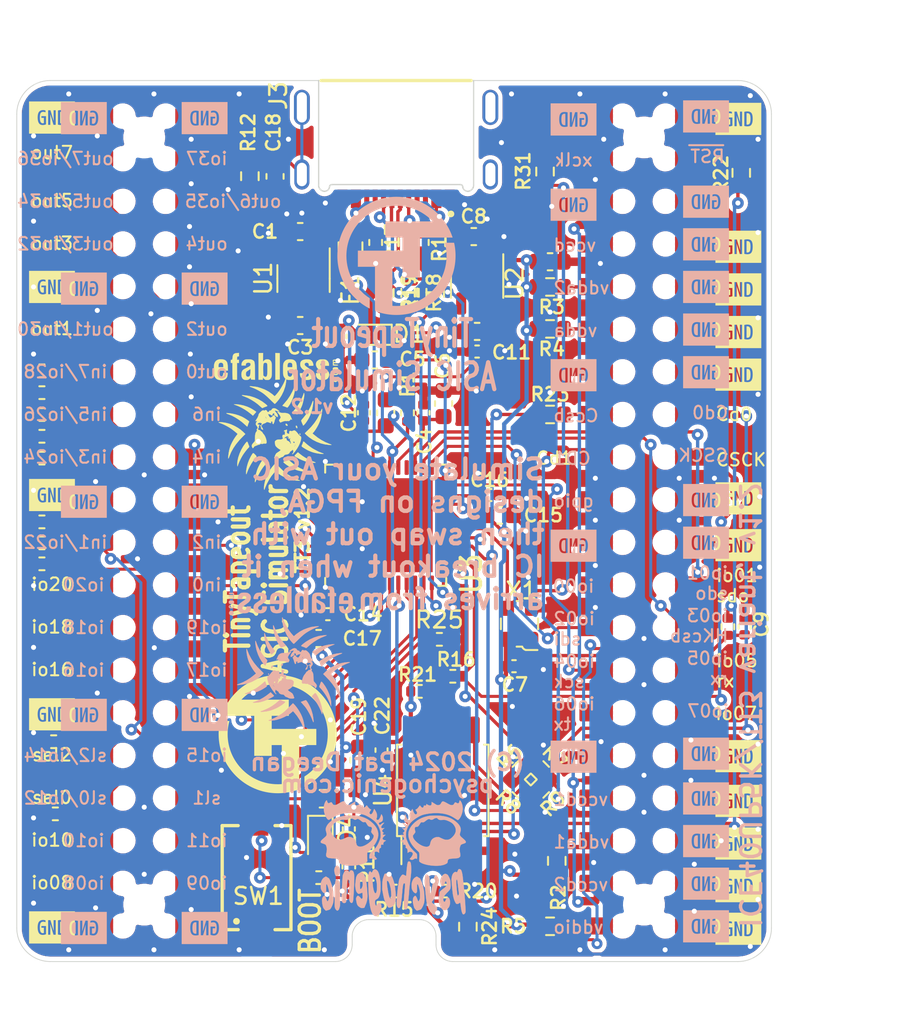
<source format=kicad_pcb>
(kicad_pcb (version 20221018) (generator pcbnew)
  (title_block (title "TinyTapeout ASIC Simulator (for TT3)") (date "2024-01-11") (rev "1.2") (company "Psychogenic Technologies") (comment 1 "(C) 2023-2024 Pat Deegan"))
  (layers (0 "F.Cu" signal) (31 "B.Cu" signal) (34 "B.Paste" user) (35 "F.Paste" user) (36 "B.SilkS" user "B.Silkscreen") (37 "F.SilkS" user "F.Silkscreen") (38 "B.Mask" user) (39 "F.Mask" user) (44 "Edge.Cuts" user))
  (net 0 "")
  (net 1 "GND")
  (net 2 "vddio")
  (net 3 "vccd2")
  (net 4 "vccd1")
  (net 5 "vdda1")
  (net 6 "vdda2")
  (net 7 "mprj_io[18]")
  (net 8 "mprj_io[17]")
  (net 9 "mprj_io[16]")
  (net 10 "mprj_io[15]")
  (net 11 "mprj_io[14]")
  (net 12 "mprj_io[13]")
  (net 13 "mprj_io[12]")
  (net 14 "mprj_io[11]")
  (net 15 "mprj_io[10]")
  (net 16 "mprj_io[9]")
  (net 17 "mprj_io[8]")
  (net 18 "mprj_io[7]")
  (net 19 "mprj_io[6]_ser_tx")
  (net 20 "mprj_io[5]_ser_rx")
  (net 21 "mprj_io[0]")
  (net 22 "mprj_io[33]")
  (net 23 "mprj_io[32]")
  (net 24 "mprj_io[31]")
  (net 25 "mprj_io[30]")
  (net 26 "mprj_io[29]")
  (net 27 "mprj_io[28]")
  (net 28 "mprj_io[27]")
  (net 29 "mprj_io[26]")
  (net 30 "mprj_io[25]")
  (net 31 "mprj_io[24]")
  (net 32 "mprj_io[23]")
  (net 33 "mprj_io[22]")
  (net 34 "mprj_io[21]")
  (net 35 "mprj_io[20]")
  (net 36 "mprj_io[19]")
  (net 37 "mprj_io[4]_SCK")
  (net 38 "mprj_io[3]_CSB")
  (net 39 "mprj_io[2]_SDI")
  (net 40 "mprj_io[1]_SDO")
  (net 41 "gpio")
  (net 42 "Caravel_D0")
  (net 43 "Caravel_CSB")
  (net 44 "~{RST}")
  (net 45 "Caravel_D1")
  (net 46 "xclk")
  (net 47 "mprj_io[36]")
  (net 48 "mprj_io[37]")
  (net 49 "Caravel_SCK")
  (net 50 "mprj_io[34]")
  (net 51 "mprj_io[35]")
  (net 52 "vdda")
  (net 53 "vccd")
  (net 54 "+5V")
  (net 55 "+3V3")
  (net 56 "/VCC_PLL")
  (net 57 "+2V5")
  (net 58 "+1V8")
  (net 59 "+1V2")
  (net 60 "Net-(C18-Pad1)")
  (net 61 "/CDONE")
  (net 62 "VBUS")
  (net 63 "/FPGA_SO")
  (net 64 "/FLASH_MISO")
  (net 65 "/FLASH_MOSI")
  (net 66 "/FPGA_SI")
  (net 67 "/CRESET_N")
  (net 68 "/CC2")
  (net 69 "/CC1")
  (net 70 "/FT_SSn")
  (net 71 "/FT_SCK")
  (net 72 "/IOB_22A")
  (net 73 "usb_d+")
  (net 74 "/IOB_23B")
  (net 75 "usb_d-")
  (net 76 "/IOB_24A")
  (net 77 "Net-(U4-IO2)")
  (net 78 "Net-(U4-IO3)")
  (net 79 "/IOB_31B")
  (net 80 "/IOB_29B")
  (net 81 "/LED_G")
  (net 82 "/LED_B")
  (net 83 "/LED_R")
  (net 85 "/IOT_41A")
  (net 86 "/IOT_42B")
  (net 91 "BOOT")
  (net 92 "Net-(R28-Pad2)")
  (net 93 "Net-(CON1-Pin_38)")
  (footprint "Capacitor_SMD:C_0603_1608Metric" (layer "F.Cu") (at 66 50.75 180)
    (fp_text reference "C17")
    (fp_text value "4.7u" hide)
  )
  (footprint "flyingcarsfootprints:StitchingVia-0.3mm" (layer "F.Cu") (at 55.6 64.8)
    (fp_text reference "STITCH1" hide)
    (fp_text value "StitchingVia-0.3mm" hide)
  )
  (footprint "flyingcarsfootprints:StitchingVia-0.3mm" (layer "F.Cu") (at 92.2 66.3 90)
    (fp_text reference "STITCH11" hide)
    (fp_text value "StitchingVia-0.3mm" hide)
  )
  (footprint "flyingcarsfootprints:StitchingVia-0.3mm" (layer "F.Cu") (at 82.4 64.1)
    (fp_text reference "STITCH1" hide)
    (fp_text value "StitchingVia-0.3mm" hide)
  )
  (footprint "flyingcarsfootprints:StitchingVia-0.3mm" (layer "F.Cu") (at 56.18 69.3 90)
    (fp_text reference "STITCH22" hide)
    (fp_text value "StitchingVia-0.3mm" hide)
  )
  (footprint "BreakoutCommon:FH-00339" (layer "F.Cu") (at 55.6 43.75 90)
    (fp_text reference "CON2" hide)
    (fp_text value "REF-182665-01" hide)
  )
  (footprint "flyingcarsfootprints:StitchingVia-0.3mm" (layer "F.Cu") (at 92.2 26.56 90)
    (fp_text reference "STITCH19" hide)
    (fp_text value "StitchingVia-0.3mm" hide)
  )
  (footprint "Capacitor_SMD:C_0402_1005Metric" (layer "F.Cu") (at 72.25 37.3 90)
    (fp_text reference "C4")
    (fp_text value "0.1u" hide)
  )
  (footprint "flyingcarsfootprints:StitchingVia-0.3mm" (layer "F.Cu") (at 49 33.8)
    (fp_text reference "STITCH4" hide)
    (fp_text value "StitchingVia-0.3mm" hide)
  )
  (footprint "Resistor_SMD:R_0402_1005Metric" (layer "F.Cu") (at 49.5 37.4 180)
    (fp_text reference "R32" hide)
    (fp_text value "R_100k_0402" hide)
  )
  (footprint "Capacitor_SMD:C_0603_1608Metric" (layer "F.Cu") (at 68.4 58 -90)
    (fp_text reference "C19")
    (fp_text value "DNI" hide)
  )
  (footprint "Resistor_SMD:R_0603_1608Metric" (layer "F.Cu") (at 79.5 22.925 -90)
    (fp_text reference "R31")
    (fp_text value "0R" hide)
  )
  (footprint "flyingcarsfootprints:StitchingVia-0.3mm" (layer "F.Cu") (at 87.5 43.7)
    (fp_text reference "STITCH1" hide)
    (fp_text value "StitchingVia-0.3mm" hide)
  )
  (footprint "Resistor_SMD:R_0603_1608Metric" (layer "F.Cu") (at 72.95 30.15 90)
    (fp_text reference "R17")
    (fp_text value "1k5" hide)
  )
  (footprint "Resistor_SMD:R_0402_1005Metric" (layer "F.Cu") (at 49.5 43.8 180)
    (fp_text reference "R38" hide)
    (fp_text value "R_100k_0402" hide)
  )
  (footprint "kibuzzard-6288F08E" (layer "F.Cu") (at 50.1 42.2)
    (fp_text reference "kibuzzard-6288F08E" hide)
    (fp_text value "G***" hide)
  )
  (footprint "Resistor_SMD:R_0603_1608Metric" (layer "F.Cu") (at 71.45 30.15 -90)
    (fp_text reference "R18")
    (fp_text value "68R" hide)
  )
  (footprint "Fiducial:Fiducial_0.75mm_Mask1.5mm" (layer "F.Cu") (at 80 19)
    (fp_text reference "FID3" hide)
    (fp_text value "Fiducial" hide)
  )
  (footprint "NetTie:NetTie-2_SMD_Pad0.5mm" (layer "F.Cu") (at 90.8 41.8 -90)
    (fp_text reference "NT4" hide)
    (fp_text value "NetTie_2" hide)
  )
  (footprint "flyingcarsfootprints:StitchingVia-0.3mm" (layer "F.Cu") (at 56.18 18.3 90)
    (fp_text reference "STITCH36" hide)
    (fp_text value "StitchingVia-0.3mm" hide)
  )
  (footprint "flyingcarsfootprints:StitchingVia-0.3mm" (layer "F.Cu") (at 86.66 69.3 90)
    (fp_text reference "STITCH28" hide)
    (fp_text value "StitchingVia-0.3mm" hide)
  )
  (footprint "Resistor_SMD:R_0402_1005Metric" (layer "F.Cu") (at 49.5 40 180)
    (fp_text reference "R34" hide)
    (fp_text value "R_100k_0402" hide)
  )
  (footprint "Resistor_SMD:R_0603_1608Metric" (layer "F.Cu") (at 79.2 58.6 -45)
    (fp_text reference "R7")
    (fp_text value "0R" hide)
  )
  (footprint "flyingcarsfootprints:StitchingVia-0.3mm" (layer "F.Cu") (at 92.2 57.04 90)
    (fp_text reference "STITCH13" hide)
    (fp_text value "StitchingVia-0.3mm" hide)
  )
  (footprint "flyingcarsfootprints:StitchingVia-0.3mm" (layer "F.Cu") (at 61.2 27.65)
    (fp_text reference "STITCH1" hide)
    (fp_text value "StitchingVia-0.3mm" hide)
  )
  (footprint "Capacitor_SMD:C_0402_1005Metric" (layer "F.Cu") (at 91.4 50.05 90)
    (fp_text reference "C9")
    (fp_text value "0.1u" hide)
  )
  (footprint "Resistor_SMD:R_0603_1608Metric" (layer "F.Cu") (at 79.8 67.9 180)
    (fp_text reference "R5")
    (fp_text value "0R" hide)
  )
  (footprint "Logos:TT_logo" (layer "F.Cu") (at 63.6 56.5)
    (fp_text reference "REF**" hide)
    (fp_text value "TT_logo" hide)
  )
  (footprint "flyingcarsfootprints:StitchingVia-0.3mm" (layer "F.Cu") (at 61.7 63.8)
    (fp_text reference "STITCH1" hide)
    (fp_text value "StitchingVia-0.3mm" hide)
  )
  (footprint "flyingcarsfootprints:StitchingVia-0.3mm" (layer "F.Cu") (at 79.9 25 90)
    (fp_text reference "STITCH32" hide)
    (fp_text value "StitchingVia-0.3mm" hide)
  )
  (footprint "Capacitor_SMD:C_0603_1608Metric" (layer "F.Cu") (at 63.4 23.2125 -90)
    (fp_text reference "C18")
    (fp_text value "6800pF" hide)
  )
  (footprint "flyingcarsfootprints:StitchingVia-0.3mm" (layer "F.Cu") (at 60.6 24 90)
    (fp_text reference "STITCH32" hide)
    (fp_text value "StitchingVia-0.3mm" hide)
  )
  (footprint "flyingcarsfootprints:StitchingVia-0.3mm" (layer "F.Cu") (at 82.5 41.2)
    (fp_text reference "STITCH1" hide)
    (fp_text value "StitchingVia-0.3mm" hide)
  )
  (footprint "flyingcarsfootprints:StitchingVia-0.3mm" (layer "F.Cu") (at 58.4 30.8)
    (fp_text reference "STITCH1" hide)
    (fp_text value "StitchingVia-0.3mm" hide)
  )
  (footprint "Resistor_SMD:R_0603_1608Metric" (layer "F.Cu") (at 91.2 23 -90)
    (fp_text reference "R22")
    (fp_text value "0R" hide)
  )
  (footprint "Package_TO_SOT_SMD:SOT-23-5" (layer "F.Cu") (at 75.45 29.65 -90)
    (fp_text reference "U2")
    (fp_text value "AP2112K-1.2" hide)
  )
  (footprint "Resistor_SMD:R_0402_1005Metric" (layer "F.Cu") (at 90.4 50.05 90)
    (fp_text reference "R10" hide)
    (fp_text value "R_10k_0402" hide)
  )
  (footprint "Resistor_SMD:R_0603_1608Metric" (layer "F.Cu") (at 74.9 67.925 90)
    (fp_text reference "R24")
    (fp_text value "0R" hide)
  )
  (footprint "flyingcarsfootprints:StitchingVia-0.3mm" (layer "F.Cu") (at 82.5 43.7)
    (fp_text reference "STITCH1" hide)
    (fp_text value "StitchingVia-0.3mm" hide)
  )
  (footprint "Capacitor_SMD:C_0603_1608Metric" (layer "F.Cu") (at 73.45 36.75 90)
    (fp_text reference "C6")
    (fp_text value "4.7u" hide)
  )
  (footprint "flyingcarsfootprints:StitchingVia-0.3mm" (layer "F.Cu") (at 66.5 66 90)
    (fp_text reference "STITCH24" hide)
    (fp_text value "StitchingVia-0.3mm" hide)
  )
  (footprint "Resistor_SMD:R_0402_1005Metric" (layer "F.Cu") (at 49.5 45.05 180)
    (fp_text reference "R37" hide)
    (fp_text value "R_100k_0402" hide)
  )
  (footprint "kibuzzard-6288F08E" (layer "F.Cu") (at 91.027 19.787)
    (fp_text reference "kibuzzard-6288F08E" hide)
    (fp_text value "G***" hide)
  )
  (footprint "flyingcarsfootprints:StitchingVia-0.3mm" (layer "F.Cu") (at 65.1 41.7)
    (fp_text reference "STITCH1" hide)
    (fp_text value "StitchingVia-0.3mm" hide)
  )
  (footprint "flyingcarsfootprints:StitchingVia-0.3mm" (layer "F.Cu") (at 92.2 62.12 90)
    (fp_text reference "STITCH12" hide)
    (fp_text value "StitchingVia-0.3mm" hide)
  )
  (footprint "flyingcarsfootprints:StitchingVia-0.3mm" (layer "F.Cu") (at 58.4 23.65)
    (fp_text reference "STITCH1" hide)
    (fp_text value "StitchingVia-0.3mm" hide)
  )
  (footprint "Logos:ef_logo" (layer "F.Cu") (at 63.4 34.6)
    (fp_text reference "EFABNAME" hide)
    (fp_text value "Logo" hide)
  )
  (footprint "Resistor_SMD:R_0603_1608Metric" (layer "F.Cu") (at 79.8 37.4 180)
    (fp_text reference "R23")
    (fp_text value "0R" hide)
  )
  (footprint "flyingcarsfootprints:StitchingVia-0.3mm" (layer "F.Cu") (at 68.6 42.6)
    (fp_text reference "STITCH1" hide)
    (fp_text value "StitchingVia-0.3mm" hide)
  )
  (footprint "Resistor_SMD:R_0402_1005Metric" (layer "F.Cu") (at 50.3 61.2 180)
    (fp_text reference "R26" hide)
    (fp_text value "R_10k_0402" hide)
  )
  (footprint "flyingcarsfootprints:StitchingVia-0.3mm" (layer "F.Cu") (at 66.4 47.7)
    (fp_text reference "STITCH1" hide)
    (fp_text value "StitchingVia-0.3mm" hide)
  )
  (footprint "flyingcarsfootprints:StitchingVia-0.3mm" (layer "F.Cu") (at 79.8 36.1)
    (fp_text reference "STITCH1" hide)
    (fp_text value "StitchingVia-0.3mm" hide)
  )
  (footprint "flyingcarsfootprints:StitchingVia-0.3mm" (layer "F.Cu") (at 91.74 18.4 90)
    (fp_text reference "STITCH29" hide)
    (fp_text value "StitchingVia-0.3mm" hide)
  )
  (footprint "Oscillator:Oscillator_SMD_ECS_2520MV-xxx-xx-4Pin_2.5x2.0mm" (layer "F.Cu") (at 77.975 49.875 180)
    (fp_text reference "X1")
    (fp_text value "20MHz" hide)
  )
  (footprint "Resistor_SMD:R_0603_1608Metric" (layer "F.Cu") (at 78.1 59.7 -45)
    (fp_text reference "R8")
    (fp_text value "0R" hide)
  )
  (footprint "Resistor_SMD:R_0402_1005Metric" (layer "F.Cu") (at 73.5 65.8)
    (fp_text reference "R20")
    (fp_text value "R_10k_0402" hide)
  )
  (footprint "flyingcarsfootprints:StitchingVia-0.3mm" (layer "F.Cu") (at 86.66 18.3 90)
    (fp_text reference "STITCH30" hide)
    (fp_text value "StitchingVia-0.3mm" hide)
  )
  (footprint "flyingcarsfootprints:StitchingVia-0.3mm" (layer "F.Cu") (at 87.5 41.2)
    (fp_text reference "STITCH1" hide)
    (fp_text value "StitchingVia-0.3mm" hide)
  )
  (footprint "Resistor_SMD:R_0402_1005Metric" (layer "F.Cu") (at 49.5 46.3 180)
    (fp_text reference "R33" hide)
    (fp_text value "R_100k_0402" hide)
  )
  (footprint "flyingcarsfootprints:StitchingVia-0.3mm" (layer "F.Cu") (at 63.5 35.65)
    (fp_text reference "STITCH1" hide)
    (fp_text value "StitchingVia-0.3mm" hide)
  )
  (footprint "Resistor_SMD:R_0603_1608Metric" (layer "F.Cu") (at 66.3 60.3)
    (fp_text reference "R29" hide)
    (fp_text value "1k5" hide)
  )
  (footprint "Capacitor_SMD:C_0402_1005Metric" (layer "F.Cu") (at 75.45 33.65 180)
    (fp_text reference "C11")
    (fp_text value "0.1u" hide)
  )
  (footprint "LED_SMD:LED_0603_1608Metric" (layer "F.Cu") (at 66.1 62.8 -90)
    (fp_text reference "D4")
    (fp_text value "LED" hide)
  )
  (footprint "Capacitor_SMD:C_0603_1608Metric" (layer "F.Cu") (at 79.8 28.3)
    (fp_text reference "C20" hide)
    (fp_text value "DNI" hide)
  )
  (footprint "kibuzzard-6288F08E" (layer "F.Cu") (at 91.027 68.047)
    (fp_text reference "kibuzzard-6288F08E" hide)
    (fp_text value "G***" hide)
  )
  (footprint "flyingcarsfootprints:StitchingVia-0.3mm" (layer "F.Cu") (at 80.6 66.7)
    (fp_text reference "STITCH1" hide)
    (fp_text value "StitchingVia-0.3mm" hide)
  )
  (footprint "flyingcarsfootprints:StitchingVia-0.3mm" (layer "F.Cu") (at 82.5 48.9)
    (fp_text reference "STITCH1" hide)
    (fp_text value "StitchingVia-0.3mm" hide)
  )
  (footprint "flyingcarsfootprints:StitchingVia-0.3mm" (layer "F.Cu") (at 49 25.88)
    (fp_text reference "STITCH2" hide)
    (fp_text value "StitchingVia-0.3mm" hide)
  )
  (footprint "flyingcarsfootprints:StitchingVia-0.3mm" (layer "F.Cu") (at 77.8 66.1)
    (fp_text reference "STITCH1" hide)
    (fp_text value "StitchingVia-0.3mm" hide)
  )
  (footprint "kibuzzard-6288F08E" (layer "F.Cu") (at 91.027 45.187)
    (fp_text reference "kibuzzard-6288F08E" hide)
    (fp_text value "G***" hide)
  )
  (footprint "flyingcarsfootprints:StitchingVia-0.3mm" (layer "F.Cu") (at 92.3 46.5)
    (fp_text reference "STITCH1" hide)
    (fp_text value "StitchingVia-0.3mm" hide)
  )
  (footprint "Capacitor_SMD:C_0603_1608Metric" (layer "F.Cu") (at 64.9 32.1 180)
    (fp_text reference "C3")
    (fp_text value "4.7u" hide)
  )
  (footprint "flyingcarsfootprints:StitchingVia-0.3mm" (layer "F.Cu") (at 51.1 69.3 90)
    (fp_text reference "STITCH21" hide)
    (fp_text value "StitchingVia-0.3mm" hide)
  )
  (footprint "Resistor_SMD:R_0603_1608Metric" (layer "F.Cu") (at 69.95 30.15 -90)
    (fp_text reference "R19")
    (fp_text value "68R" hide)
  )
  (footprint "flyingcarsfootprints:StitchingVia-0.3mm" (layer "F.Cu") (at 83 21 90)
    (fp_text reference "STITCH21" hide)
    (fp_text value "StitchingVia-0.3mm" hide)
  )
  (footprint "flyingcarsfootprints:StitchingVia-0.3mm" (layer "F.Cu") (at 74.7 60.1)
    (fp_text reference "STITCH1" hide)
    (fp_text value "StitchingVia-0.3mm" hide)
  )
  (footprint "NetTie:NetTie-2_SMD_Pad0.5mm" (layer "F.Cu") (at 80.2 39.5 180)
    (fp_text reference "NT5" hide)
    (fp_text value "NetTie_2" hide)
  )
  (footprint "flyingcarsfootprints:StitchingVia-0.3mm" (layer "F.Cu") (at 55.2 46)
    (fp_text reference "STITCH1" hide)
    (fp_text value "StitchingVia-0.3mm" hide)
  )
  (footprint "Package_SO:SOIC-8_5.23x5.23mm_P1.27mm" (layer "F.Cu") (at 73.4 59.8 90)
    (fp_text reference "U4")
    (fp_text value "W25Q32JVSSIM" hide)
  )
  (footprint "flyingcarsfootprints:StitchingVia-0.3mm" (layer "F.Cu") (at 79.8 31.3 90)
    (fp_text reference "STITCH18" hide)
    (fp_text value "StitchingVia-0.3mm" hide)
  )
  (footprint "flyingcarsfootprints:StitchingVia-0.3mm" (layer "F.Cu") (at 92.3 42.3)
    (fp_text reference "STITCH1" hide)
    (fp_text value "StitchingVia-0.3mm" hide)
  )
  (footprint "Resistor_SMD:R_0402_1005Metric" (layer "F.Cu") (at 74 53)
    (fp_text reference "R16")
    (fp_text value "R_10k_0402" hide)
  )
  (footprint "Resistor_SMD:R_0603_1608Metric" (layer "F.Cu") (at 79.8 32.3 180)
    (fp_text reference "R4")
    (fp_text value "0R" hide)
  )
  (footprint "flyingcarsfootprints:StitchingVia-0.3mm" (layer "F.Cu") (at 76.5 69.3 90)
    (fp_text reference "STITCH26" hide)
    (fp_text value "StitchingVia-0.3mm" hide)
  )
  (footprint "Capacitor_SMD:C_0603_1608Metric" (layer "F.Cu") (at 64.9 26.5 180)
    (fp_text reference "C1")
    (fp_text value "4.7u" hide)
  )
  (footprint "flyingcarsfootprints:StitchingVia-0.3mm" (layer "F.Cu") (at 58.4 36.35)
    (fp_text reference "STITCH1" hide)
    (fp_text value "StitchingVia-0.3mm" hide)
  )
  (footprint "flyingcarsfootprints:StitchingVia-0.3mm" (layer "F.Cu") (at 59.2 41)
    (fp_text reference "STITCH1" hide)
    (fp_text value "StitchingVia-0.3mm" hide)
  )
  (footprint "Resistor_SMD:R_0402_1005Metric" (layer "F.Cu") (at 67.8 64.3 90)
    (fp_text reference "R11")
    (fp_text value "R_2k_0402" hide)
  )
  (footprint "Capacitor_SMD:C_0603_1608Metric" (layer "F.Cu") (at 75.25 26.8)
    (fp_text reference "C8")
    (fp_text value "4.7u" hide)
  )
  (footprint "TinyTapeout:434121025816" (layer "F.Cu") (at 62.3 65 90)
    (fp_text reference "SW1")
    (fp_text value "434121025816" hide)
  )
  (footprint "Fiducial:Fiducial_0.75mm_Mask1.5mm" (layer "F.Cu") (at 49 23)
    (fp_text reference "FID2" hide)
    (fp_text value "Fiducial" hide)
  )
  (footprint "flyingcarsfootprints:StitchingVia-0.3mm" (layer "F.Cu") (at 70.2 64.8)
    (fp_text reference "STITCH1" hide)
    (fp_text value "StitchingVia-0.3mm" hide)
  )
  (footprint "Resistor_SMD:R_0402_1005Metric" (layer "F.Cu") (at 71.3 37.3 90)
    (fp_text reference "R1")
    (fp_text value "R_100R_0402" hide)
  )
  (footprint "flyingcarsfootprints:StitchingVia-0.3mm" (layer "F.Cu") (at 81.58 69.3 90)
    (fp_text reference "STITCH27" hide)
    (fp_text value "StitchingVia-0.3mm" hide)
  )
  (footprint "flyingcarsfootprints:StitchingVia-0.3mm" (layer "F.Cu") (at 85.4 53.5)
    (fp_text reference "STITCH1" hide)
    (fp_text value "StitchingVia-0.3mm" hide)
  )
  (footprint "flyingcarsfootprints:StitchingVia-0.3mm" (layer "F.Cu") (at 91.74 69.1 90)
    (fp_text reference "STITCH29" hide)
    (fp_text value "StitchingVia-0.3mm" hide)
  )
  (footprint "flyingcarsfootprints:StitchingVia-0.3mm" (layer "F.Cu") (at 69.3 55.8)
    (fp_text reference "STITCH1" hide)
    (fp_text value "StitchingVia-0.3mm" hide)
  )
  (footprint "kibuzzard-6288F08E" (layer "F.Cu") (at 91.027 35.027)
    (fp_text reference "kibuzzard-6288F08E" hide)
    (fp_text value "G***" hide)
  )
  (footprint "Fuse:Fuse_0805_2012Metric" (layer "F.Cu") (at 67.9 27.4 -90)
    (fp_text reference "F1")
    (fp_text value "350mA" hide)
  )
  (footprint "flyingcarsfootprints:StitchingVia-0.3mm" (layer "F.Cu") (at 92.2 36.2 90)
    (fp_text reference "STITCH17" hide)
    (fp_text value "StitchingVia-0.3mm" hide)
  )
  (footprint "kibuzzard-6288F08E" (layer "F.Cu") (at 91.027 42.4)
    (fp_text reference "kibuzzard-6288F08E" hide)
    (fp_text value "G***" hide)
  )
  (footprint "Resistor_SMD:R_0402_1005Metric" (layer "F.Cu") (at 49.5 36.1 180)
    (fp_text reference "R27" hide)
    (fp_text value "R_100k_0402" hide)
  )
  (footprint "flyingcarsfootprints:StitchingVia-0.3mm" (layer "F.Cu") (at 66.7 55.6)
    (fp_text reference "STITCH1" hide)
    (fp_text value "StitchingVia-0.3mm" hide)
  )
  (footprint "NetTie:NetTie-2_SMD_Pad0.5mm" (layer "F.Cu") (at 90.4 37.4)
    (fp_text reference "NT6" hide)
    (fp_text value "NetTie_2" hide)
  )
  (footprint "kibuzzard-6288F08E" (layer "F.Cu") (at 91.027 57.76)
    (fp_text reference "kibuzzard-6288F08E" hide)
    (fp_text value "G***" hide)
  )
  (footprint "flyingcarsfootprints:StitchingVia-0.3mm" (layer "F.Cu") (at 71.1 33)
    (fp_text reference "STITCH1" hide)
    (fp_text value "StitchingVia-0.3mm" hide)
  )
  (footprint "flyingcarsfootprints:StitchingVia-0.3mm" (layer "F.Cu") (at 55.6 60.8)
    (fp_text reference "STITCH1" hide)
    (fp_text value "StitchingVia-0.3mm" hide)
  )
  (footprint "Capacitor_SMD:C_0402_1005Metric" (layer "F.Cu") (at 67.8 62.1 -90)
    (fp_text reference "C21" hide)
    (fp_text value "0.1u" hide)
  )
  (footprint "flyingcarsfootprints:StitchingVia-0.3mm" (layer "F.Cu") (at 92.2 31.64 90)
    (fp_text reference "STITCH18" hide)
    (fp_text value "StitchingVia-0.3mm" hide)
  )
  (footprint "flyingcarsfootprints:StitchingVia-0.3mm" (layer "F.Cu") (at 92.2 21 90)
    (fp_text reference "STITCH20" hide)
    (fp_text value "StitchingVia-0.3mm" hide)
  )
  (footprint "kibuzzard-6288F08E" (layer "F.Cu") (at 50.1 19.707)
    (fp_text reference "kibuzzard-6288F08E" hide)
    (fp_text value "G***" hide)
  )
  (footprint "Capacitor_SMD:C_0603_1608Metric" (layer "F.Cu") (at 75.45 32.45 180)
    (fp_text reference "C10" hide)
    (fp_text value "4.7u" hide)
  )
  (footprint "flyingcarsfootprints:StitchingVia-0.3mm" (layer "F.Cu") (at 79.4 57.1)
    (fp_text reference "STITCH1" hide)
    (fp_text value "StitchingVia-0.3mm" hide)
  )
  (footprint "Capacitor_SMD:C_0603_1608Metric" (layer "F.Cu") (at 70 37.3 90)
    (fp_text reference "C13" hide)
    (fp_text value "4.7u" hide)
  )
  (footprint "Resistor_SMD:R_0603_1608Metric" (layer "F.Cu") (at 80.2 64 -90)
    (fp_text reference "R2")
    (fp_text value "0R" hide)
  )
  (footprint "flyingcarsfootprints:StitchingVia-0.3mm" (layer "F.Cu") (at 81.58 18.3 90)
    (fp_text reference "STITCH31" hide)
    (fp_text value "StitchingVia-0.3mm" hide)
  )
  (footprint "flyingcarsfootprints:StitchingVia-0.3mm" (layer "F.Cu") (at 61.26 18.3 90)
    (fp_text reference "STITCH35" hide)
    (fp_text value "StitchingVia-0.3mm" hide)
  )
  (footprint "Capacitor_SMD:C_0402_1005Metric" (layer "F.Cu") (at 67.3 32.75 -90)
    (fp_text reference "C2" hide)
    (fp_text value "0.1u" hide)
  )
  (footprint "flyingcarsfootprints:StitchingVia-0.3mm" (layer "F.Cu") (at 60 43.8)
    (fp_text reference "STITCH1" hide)
    (fp_text value "StitchingVia-0.3mm" hide)
  )
  (footprint "flyingcarsfootprints:StitchingVia-0.3mm" (layer "F.Cu") (at 63.8 61.9)
    (fp_text reference "STITCH1" hide)
    (fp_text value "StitchingVia-0.3mm" hide)
  )
  (footprint "flyingcarsfootprints:StitchingVia-0.3mm" (layer "F.Cu") (at 78.5 47.1)
    (fp_text reference "STITCH1" hide)
    (fp_text value "StitchingVia-0.3mm" hide)
  )
  (footprint "flyingcarsfootprints:StitchingVia-0.3mm" (layer "F.Cu") (at 76.9 21.2 90)
    (fp_text reference "STITCH32" hide)
    (fp_text value "StitchingVia-0.3mm" hide)
  )
  (footprint "flyingcarsfootprints:StitchingVia-0.3mm" (layer "F.Cu") (at 49 66.52)
    (fp_text reference "STITCH10" hide)
    (fp_text value "StitchingVia-0.3mm" hide)
  )
  (footprint "flyingcarsfootprints:StitchingVia-0.3mm" (layer "F.Cu") (at 77.5 18.3 90)
    (fp_text reference "STITCH32" hide)
    (fp_text value "StitchingVia-0.3mm" hide)
  )
  (footprint "flyingcarsfootprints:StitchingVia-0.3mm" (layer "F.Cu") (at 56 31.4)
    (fp_text reference "STITCH1" hide)
    (fp_text value "StitchingVia-0.3mm" hide)
  )
  (footprint "flyingcarsfootprints:StitchingVia-0.3mm" (layer "F.Cu") (at 58.35 33.8)
    (fp_text reference "STITCH1" hide)
    (fp_text value "StitchingVia-0.3mm" hide)
  )
  (footprint "flyingcarsfootprints:StitchingVia-0.3mm" (layer "F.Cu") (at 66.7 58.1)
    (fp_text reference "STITCH1" hide)
    (fp_text value "StitchingVia-0.3mm" hide)
  )
  (footprint "flyingcarsfootprints:StitchingVia-0.3mm" (layer "F.Cu") (at 79.5 61.1)
    (fp_text reference "STITCH1" hide)
    (fp_text value "StitchingVia-0.3mm" hide)
  )
  (footprint "flyingcarsfootprints:StitchingVia-0.3mm" (layer "F.Cu") (at 68.9 62.6)
    (fp_text reference "STITCH1" hide)
    (fp_text value "StitchingVia-0.3mm" hide)
  )
  (footprint "Resistor_SMD:R_0402_1005Metric" (layer "F.Cu") (at 50.2 56.9 180)
    (fp_text reference "R30" hide)
    (fp_text value "R_10k_0402" hide)
  )
  (footprint "flyingcarsfootprints:StitchingVia-0.3mm" (layer "F.Cu") (at 49 61.44)
    (fp_text reference "STITCH9" hide)
    (fp_text value "StitchingVia-0.3mm" hide)
  )
  (footprint "Resistor_SMD:R_0603_1608Metric" (layer "F.Cu") (at 79.8 29.8 180)
    (fp_text reference "R3")
    (fp_text value "0R" hide)
  )
  (footprint "Capacitor_SMD:C_0402_1005Metric" (layer "F.Cu") (at 76.2 42.2)
    (fp_text reference "C16")
    (fp_text value "0.1u" hide)
  )
  (footprint "flyingcarsfootprints:StitchingVia-0.3mm" (layer "F.Cu") (at 89.6 41.2)
    (fp_text reference "STITCH1" hide)
    (fp_text value "StitchingVia-0.3mm" hide)
  )
  (footprint "flyingcarsfootprints:StitchingVia-0.3mm" (layer "F.Cu") (at 77.1 33.6)
    (fp_text reference "STITCH1" hide)
    (fp_text value "StitchingVia-0.3mm" hide)
  )
  (footprint "flyingcarsfootprints:StitchingVia-0.3mm" (layer "F.Cu") (at 68.6 45.4)
    (fp_text reference "STITCH1" hide)
    (fp_text value "StitchingVia-0.3mm" hide)
  )
  (footprint "Resistor_SMD:R_0603_1608Metric" (layer "F.Cu") (at 61.9 23.2 -90)
    (fp_text reference "R12")
    (fp_text value "1M" hide)
  )
  (footprint "Capacitor_SMD:C_0402_1005Metric" (layer "F.Cu") (at 66.55 49.3 180)
    (fp_text reference "C14")
    (fp_text value "0.1u" hide)
  )
  (footprint "flyingcarsfootprints:StitchingVia-0.3mm" (layer "F.Cu") (at 75.3 65.4)
    (fp_text reference "STITCH1" hide)
    (fp_text value "StitchingVia-0.3mm" hide)
  )
  (footprint "Resistor_SMD:R_0402_1005Metric" (layer "F.Cu") (at 66.01 65 180)
    (fp_text reference "R28" hide)
    (fp_text value "R_10k_0402" hide)
  )
  (footprint "flyingcarsfootprints:StitchingVia-0.3mm" (layer "F.Cu") (at 63.7 46.9)
    (fp_text reference "STITCH1" hide)
    (fp_text value "StitchingVia-0.3mm" hide)
  )
  (footprint "flyingcarsfootprints:StitchingVia-0.3mm" (layer "F.Cu") (at 82.5 46.4)
    (fp_text reference "STITCH1" hide)
    (fp_text value "StitchingVia-0.3mm" hide)
  )
  (footprint "Resistor_SMD:R_0402_1005Metric" (layer "F.Cu") (at 49.5 38.7 180)
    (fp_text reference "R36" hide)
    (fp_text value "R_100k_0402" hide)
  )
  (footprint "Logos:ef_logo_graphical" (layer "F.Cu") (at 63.4 38.5 -90)
    (fp_text reference "REF**" hide)
    (fp_text value "Logo" hide)
  )
  (footprint "flyingcarsfootprints:StitchingVia-0.3mm" (layer "F.Cu") (at 55.6 41)
    (fp_text reference "STITCH1" hide)
    (fp_text value "StitchingVia-0.3mm" hide)
  )
  (footprint "flyingcarsfootprints:StitchingVia-0.3mm" (layer "F.Cu") (at 49 47.6)
    (fp_text reference "STITCH6" hide)
    (fp_text value "StitchingVia-0.3mm" hide)
  )
  (footprint "flyingcarsfootprints:StitchingVia-0.3mm" (layer "F.Cu") (at 85.4 61.1)
    (fp_text reference "STITCH1" hide)
    (fp_text value "StitchingVia-0.3mm" hide)
  )
  (footprint "flyingcarsfootprints:StitchingVia-0.3mm" (layer "F.Cu") (at 74 48.9)
    (fp_text reference "STITCH1" hide)
    (fp_text value "StitchingVia-0.3mm" hide)
  )
  (footprint "flyingcarsfootprints:StitchingVia-0.3mm" (layer "F.Cu") (at 77.7 63.6)
    (fp_text reference "STITCH1" hide)
    (fp_text value "StitchingVia-0.3mm" hide)
  )
  (footprint "Capacitor_SMD:C_0402_1005Metric" (layer "F.Cu") (at 77.65 52.4)
    (fp_text reference "C7")
    (fp_text value "0.1u" hide)
  )
  (footprint "flyingcarsfootprints:StitchingVia-0.3mm" (layer "F.Cu") (at 58.3 26.2)
    (fp_text reference "STITCH1" hide)
    (fp_text value "StitchingVia-0.3mm" hide)
  )
  (footprint "flyingcarsfootprints:StitchingVia-0.3mm" (layer "F.Cu") (at 67.3 30.6)
    (fp_text reference "STITCH1" hide)
    (fp_text value "StitchingVia-0.3mm" hide)
  )
  (footprint "flyingcarsfootprints:StitchingVia-0.3mm" (layer "F.Cu") (at 85.4 58.9)
    (fp_text reference "STITCH1" hide)
    (fp_text value "StitchingVia-0.3mm" hide)
  )
  (footprint "flyingcarsfootprints:StitchingVia-0.3mm" (layer "F.Cu") (at 49 29.8)
    (fp_text reference "STITCH3" hide)
    (fp_text value "StitchingVia-0.3mm" hide)
  )
  (footprint "Capacitor_SMD:C_0603_1608Metric" (layer "F.Cu") (at 69.35 34.15 180)
    (fp_text reference "C5")
    (fp_text value "4.7u" hide)
  )
  (footprint "flyingcarsfootprints:StitchingVia-0.3mm" (layer "F.Cu") (at 62.4 39)
    (fp_text reference "STITCH1" hide)
    (fp_text value "StitchingVia-0.3mm" hide)
  )
  (footprint "TinyTapeout:GCT_USB4500-03-0-A_REVA" (layer "F.Cu") (at 70.62 19.1 180)
    (fp_text reference "J3")
    (fp_text value "USB4500-03-0-A_REVA" hide)
    (fp_line (start -4.62 1.6) (end -4.62 -4.6) (stroke (width 0.08)) (layer "Edge.Cuts"))
    (fp_line (start -3.82 -4.6) (end 3.82 -4.6) (stroke (width 0.08)) (layer "Edge.Cuts"))
    (fp_line (start 4.62 -4.6) (end 4.62 1.6) (stroke (width 0.08)) (layer "Edge.Cuts"))
    (fp_arc (start -4.619999 -4.6) (mid -4.540342 -4.867309) (end -4.295 -5) (stroke (width 0.08)) (layer "Edge.Cuts"))
    (fp_arc (start -4.295 -5) (mid -4.07451 -4.92731) (end -3.97 -4.72) (stroke (width 0.08)) (layer "Edge.Cuts"))
    (fp_arc (start -3.820001 -4.600001) (mid -3.919852 -4.628935) (end -3.969999 -4.72) (stroke (width 0.08)) (layer "Edge.Cuts"))
    (fp_arc (start 3.969999 -4.720001) (mid 3.919852 -4.628935) (end 3.82 -4.600001) (stroke (width 0.08)) (layer "Edge.Cuts"))
    (fp_arc (start 3.970002 -4.720001) (mid 4.074512 -4.927309) (end 4.295 -4.999999) (stroke (width 0.08)) (layer "Edge.Cuts"))
    (fp_arc (start 4.295 -5) (mid 4.540343 -4.86731) (end 4.62 -4.6) (stroke (width 0.08)) (layer "Edge.Cuts"))
  )
  (footprint "Resistor_SMD:R_0402_1005Metric" (layer "F.Cu") (at 73.2 50.8)
    (fp_text reference "R25")
    (fp_text value "R_10k_0402" hide)
  )
  (footprint "Resistor_SMD:R_0402_1005Metric" (layer "F.Cu") (at 69.4 27.15 -90)
    (fp_text reference "R13")
    (fp_text value "5.1k" hide)
  )
  (footprint "Resistor_SMD:R_0402_1005Metric" (layer "F.Cu") (at 72.18 27.15 -90)
    (fp_text reference "R14")
    (fp_text value "5.1k" hide)
  )
  (footprint "flyingcarsfootprints:StitchingVia-0.3mm" (layer "F.Cu") (at 49 20.8)
    (fp_text reference "STITCH1" hide)
    (fp_text value "StitchingVia-0.3mm" hide)
  )
  (footprint "Package_DFN_QFN:QFN-48-1EP_7x7mm_P0.5mm_EP5.6x5.6mm" (layer "F.Cu") (at 70 44 90)
    (fp_text reference "U3")
    (fp_text value "ICE40UP5K-SG48ITR" hide)
  )
  (footprint "flyingcarsfootprints:StitchingVia-0.3mm" (layer "F.Cu") (at 51.1 18.3 90)
    (fp_text reference "STITCH37" hide)
    (fp_text value "StitchingVia-0.3mm" hide)
  )
  (footprint "kibuzzard-6288F08E" (layer "F.Cu") (at 50.1 29.8)
    (fp_text reference "kibuzzard-6288F08E" hide)
    (fp_text value "G***" hide)
  )
  (footprint "Resistor_SMD:R_0603_1608Metric" (layer "F.Cu") (at 78.1 58.6 -135)
    (fp_text reference "R6")
    (fp_text value "0R" hide)
  )
  (footprint "flyingcarsfootprints:StitchingVia-0.3mm" (layer "F.Cu") (at 62.1 54)
    (fp_text reference "STITCH1" hide)
    (fp_text value "StitchingVia-0.3mm" hide)
  )
  (footprint "kibuzzard-6288F08E" (layer "F.Cu") (at 91.027 29.947)
    (fp_text reference "kibuzzard-6288F08E" hide)
    (fp_text value "G***" hide)
  )
  (footprint "flyingcarsfootprints:StitchingVia-0.3mm" (layer "F.Cu") (at 66.34 69.3 90)
    (fp_text reference "STITCH24" hide)
    (fp_text value "StitchingVia-0.3mm" hide)
  )
  (footprint "kibuzzard-6288F08E" (layer "F.Cu") (at 50.1 55.267)
    (fp_text reference "kibuzzard-6288F08E" hide)
    (fp_text value "G***" hide)
  )
  (footprint "flyingcarsfootprints:StitchingVia-0.3mm" (layer "F.Cu") (at 61.26 69.3 90)
    (fp_text reference "STITCH23" hide)
    (fp_text value "StitchingVia-0.3mm" hide)
  )
  (footprint "NetTie:NetTie-2_SMD_Pad0.5mm" (layer "F.Cu") (at 82.4 59.2 180)
    (fp_text reference "NT2" hide)
    (fp_text value "NetTie_2" hide)
  )
  (footprint "flyingcarsfootprints:StitchingVia-0.3mm" (layer "F.Cu") (at 63.9 57.6)
    (fp_text reference "STITCH1" hide)
    (fp_text value "StitchingVia-0.3mm" hide)
  )
  (footprint "flyingcarsfootprints:StitchingVia-0.3mm" (layer "F.Cu") (at 75.5 40.9)
    (fp_text reference "STITCH1" hide)
    (fp_text value "StitchingVia-0.3mm" hide)
  )
  (footprint "flyingcarsfootprints:StitchingVia-0.3mm" (layer "F.Cu") (at 56.2 51.3)
    (fp_text reference "STITCH1" hide)
    (fp_text value "StitchingVia-0.3mm" hide)
  )
  (footprint "NetTie:NetTie-2_SMD_Pad0.5mm" (layer "F.Cu") (at 82 26.1 180)
    (fp_text reference "NT3" hide)
    (fp_text value "NetTie_2" hide)
  )
  (footprint "flyingcarsfootprints:StitchingVia-0.3mm" (layer "F.Cu") (at 49 51.28)
    (fp_text reference "STITCH7" hide)
    (fp_text value "StitchingVia-0.3mm" hide)
  )
  (footprint "kibuzzard-6288F08E" (layer "F.Cu") (at 91.027 62.967)
    (fp_text reference "kibuzzard-6288F08E" hide)
    (fp_text value "G***" hide)
  )
  (footprint "kibuzzard-6288F08E" (layer "F.Cu") (at 91.027 60.427)
    (fp_text reference "kibuzzard-6288F08E" hide)
    (fp_text value "G***" hide)
  )
  (footprint "BreakoutCommon:FH-00339" (layer "F.Cu") (at 85.4 43.75 90)
    (fp_text reference "CON1" hide)
    (fp_text value "REF-182665-01" hide)
  )
  (footprint "flyingcarsfootprints:StitchingVia-0.3mm" (layer "F.Cu") (at 49 41.92)
    (fp_text reference "STITCH5" hide)
    (fp_text value "StitchingVia-0.3mm" hide)
  )
  (footprint "kibuzzard-6288F08E" (layer "F.Cu") (at 91.027 32.487)
    (fp_text reference "kibuzzard-6288F08E" hide)
    (fp_text value "G***" hide)
  )
  (footprint "flyingcarsfootprints:StitchingVia-0.3mm" (layer "F.Cu") (at 66.4 40.2)
    (fp_text reference "STITCH1" hide)
    (fp_text value "StitchingVia-0.3mm" hide)
  )
  (footprint "kibuzzard-6288F08E" (layer "F.Cu") (at 91.027 65.507)
    (fp_text reference "kibuzzard-6288F08E" hide)
    (fp_text value "G***" hide)
  )
  (footprint "Resistor_SMD:R_0402_1005Metric" (layer "F.Cu") (at 72 53.9)
    (fp_text reference "R21")
    (fp_text value "R_10k_0402" hide)
  )
  (footprint "Resistor_SMD:R_0402_1005Metric" (layer "F.Cu") (at 70.5 65.8)
    (fp_text reference "R15")
    (fp_text value "R_10k_0402" hide)
  )
  (footprint "kibuzzard-6288F08E" (layer "F.Cu") (at 91.027 27.407)
    (fp_text reference "kibuzzard-6288F08E" hide)
    (fp_text value "G***" hide)
  )
  (footprint "Capacitor_SMD:C_0402_1005Metric" (layer "F.Cu") (at 68.7 37.3 90)
    (fp_text reference "C12")
    (fp_text value "0.1u" hide)
  )
  (footprint "flyingcarsfootprints:StitchingVia-0.3mm" (layer "F.Cu") (at 71.5 57.7)
    (fp_text reference "STITCH1" hide)
    (fp_text value "StitchingVia-0.3mm" hide)
  )
  (footprint "flyingcarsfootprints:StitchingVia-0.3mm" (layer "F.Cu") (at 64.2 21 90)
    (fp_text reference "STITCH32" hide)
    (fp_text value "StitchingVia-0.3mm" hide)
  )
  (footprint "Fiducial:Fiducial_0.75mm_Mask1.5mm" (layer "F.Cu") (at 49 64)
    (fp_text reference "FID1" hide)
    (fp_text value "Fiducial" hide)
  )
  (footprint "Diode_SMD:D_SOD-523" (layer "F.Cu") (at 69.1 32.65 180)
    (fp_text reference "D1")
    (fp_text value "1N4148WT-7" hide)
  )
  (footprint "Capacitor_SMD:C_0603_1608Metric" (layer "F.Cu") (at 76.8 43.4)
    (fp_text reference "C15")
    (fp_text value "4.7u" hide)
  )
  (footprint "Resistor_SMD:R_0603_1608Metric" (layer "F.Cu") (at 79.2 59.7 -135)
    (fp_text reference "R9")
    (fp_text value "0R" hide)
  )
  (footprint "Resistor_SMD:R_0402_1005Metric" (layer "F.Cu") (at 49.5 34.8 180)
    (fp_text reference "R35" hide)
    (fp_text value "R_100k_0402" hide)
  )
  (footprint "flyingcarsfootprints:StitchingVia-0.3mm" (layer "F.Cu") (at 85.4 50.75)
    (fp_text reference "STITCH1" hide)
    (fp_text value "StitchingVia-0.3mm" hide)
  )
  (footprint "flyingcarsfootprints:StitchingVia-0.3mm" (layer "F.Cu") (at 60.2 58.6)
    (fp_text reference "STITCH1" hide)
    (fp_text value "StitchingVia-0.3mm" hide)
  )
  (footprint "flyingcarsfootprints:StitchingVia-0.3mm" (layer "F.Cu") (at 49 56.36)
    (fp_text reference "STITCH8" hide)
    (fp_text value "StitchingVia-0.3mm" hide)
  )
  (footprint "flyingcarsfootprints:StitchingVia-0.3mm" (layer "F.Cu") (at 77.55 54.8)
    (fp_text reference "STITCH1" hide)
    (fp_text value "StitchingVia-0.3mm" hide)
  )
  (footprint "Package_TO_SOT_SMD:SOT-23-5" (layer "F.Cu") (at 65.1 29.3 -90)
    (fp_text reference "U1")
    (fp_text value "AP2112K-3.3" hide)
  )
  (footprint "NetTie:NetTie-2_SMD_Pad0.5mm" (layer "F.Cu") (at 82 66.4 180)
    (fp_text reference "NT1" hide)
    (fp_text value "NetTie_2" hide)
  )
  (footprint "Capacitor_SMD:C_0402_1005Metric" (layer "F.Cu") (at 69.75 57.4 -90)
    (fp_text reference "C22")
    (fp_text value "0.1u" hide)
  )
  (footprint "kibuzzard-6288F08E" (layer "F.Cu") (at 50.1 67.967)
    (fp_text reference "kibuzzard-6288F08E" hide)
    (fp_text value "G***" hide)
  )
  (footprint "kibuzzard-6288F08E" (layer "B.Cu") (at 89.1 34.88 180)
    (fp_text reference "kibuzzard-6288F08E" hide)
    (fp_text value "G***" hide)
  )
  (footprint "kibuzzard-6288F08E" (layer "B.Cu") (at 89.1 42.5 180)
    (fp_text reference "kibuzzard-6288F08E" hide)
    (fp_text value "G***" hide)
  )
  (footprint "Logos:ef_logo" (layer "B.Cu") (at 64.4 48.5 180)
    (fp_text reference "EFABNAME" hide)
    (fp_text value "Logo" hide)
  )
  (footprint "kibuzzard-6288F08E" (layer "B.Cu") (at 59.2 68 180)
    (fp_text reference "kibuzzard-6288F08E" hide)
    (fp_text value "G***" hide)
  )
  (footprint "kibuzzard-6288F08E" (layer "B.Cu") (at 81.2 24.9 180)
    (fp_text reference "kibuzzard-6288F08E" hide)
    (fp_text value "G***" hide)
  )
  (footprint "kibuzzard-6288F08E" (layer "B.Cu") (at 81.2 35.06 180)
    (fp_text reference "kibuzzard-6288F08E" hide)
    (fp_text value "G***" hide)
  )
  (footprint "kibuzzard-6288F08E" (layer "B.Cu") (at 89.1 65.36 180)
    (fp_text reference "kibuzzard-6288F08E" hide)
    (fp_text value "G***" hide)
  )
  (footprint "kibuzzard-6288F08E" (layer "B.Cu") (at 89.1 27.26 180)
    (fp_text reference "kibuzzard-6288F08E" hide)
    (fp_text value "G***" hide)
  )
  (footprint "kibuzzard-6288F08E" (layer "B.Cu") (at 59.2 42.6 180)
    (fp_text reference "kibuzzard-6288F08E" hide)
    (fp_text value "G***" hide)
  )
  (footprint "kibuzzard-6288F08E" (layer "B.Cu") (at 89.1 45.04 180)
    (fp_text reference "kibuzzard-6288F08E" hide)
    (fp_text value "G***" hide)
  )
  (footprint "kibuzzard-6288F08E" (layer "B.Cu") (at 59.2 19.74 180)
    (fp_text reference "kibuzzard-6288F08E" hide)
    (fp_text value "G***" hide)
  )
  (footprint "kibuzzard-6288F08E" (layer "B.Cu") (at 59.2 29.9 180)
    (fp_text reference "kibuzzard-6288F08E" hide)
    (fp_text value "G***" hide)
  )
  (footprint "kibuzzard-6288F08E" (layer "B.Cu") (at 59.2 55.3 180)
    (fp_text reference "kibuzzard-6288F08E" hide)
    (fp_text value "G***" hide)
  )
  (footprint "kibuzzard-6288F08E" (layer "B.Cu") (at 81.2 19.82 180)
    (fp_text reference "kibuzzard-6288F08E" hide)
    (fp_text value "G***" hide)
  )
  (footprint "kibuzzard-6288F08E" (layer "B.Cu") (at 81.2 45.22 180)
    (fp_text reference "kibuzzard-6288F08E" hide)
    (fp_text value "G***" hide)
  )
  (footprint "flyingcarsfootprints:PsychoLogoSmall" (layer "B.Cu") (at 70.5 63.8 180)
    (fp_text reference "G***" hide)
    (fp_text value "LOGO" hide)
  )
  (footprint "Logos:ef_logo_graphical" (layer "B.Cu") (at 64.5 52.8 -90)
    (fp_text reference "EFABLOGO" hide)
    (fp_text value "Logo" hide)
  )
  (footprint "kibuzzard-6288F08E" (layer "B.Cu") (at 89.1 19.64 180)
    (fp_text reference "kibuzzard-6288F08E" hide)
    (fp_text value "G***" hide)
  )
  (footprint "kibuzzard-6288F08E" (layer "B.Cu") (at 81.2 57.793 180)
    (fp_text reference "kibuzzard-6288F08E" hide)
    (fp_text value "G***" hide)
  )
  (footprint "Logos:TT_logo" (layer "B.Cu") (at 70.6 28 180)
    (fp_text reference "REF**" hide)
    (fp_text value "TT_logo" hide)
  )
  (footprint "kibuzzard-6288F08E" (layer "B.Cu") (at 52 55.3 180)
    (fp_text reference "kibuzzard-6288F08E" hide)
    (fp_text value "G***" hide)
  )
  (footprint "kibuzzard-6288F08E" (layer "B.Cu") (at 89.1 67.9 180)
    (fp_text reference "kibuzzard-6288F08E" hide)
    (fp_text value "G***" hide)
  )
  (footprint "kibuzzard-6288F08E" (layer "B.Cu") (at 89.1 29.8 180)
    (fp_text reference "kibuzzard-6288F08E" hide)
    (fp_text value "G***" hide)
  )
  (footprint "kibuzzard-6288F08E" (layer "B.Cu") (at 89.1 57.613 180)
    (fp_text reference "kibuzzard-6288F08E" hide)
    (fp_text value "G***" hide)
  )
  (footprint "kibuzzard-6288F08E" (layer "B.Cu") (at 89.1 32.34 180)
    (fp_text reference "kibuzzard-6288F08E" hide)
    (fp_text value "G***" hide)
  )
  (footprint "kibuzzard-6288F08E" (layer "B.Cu") (at 89.1 24.72 180)
    (fp_text reference "kibuzzard-6288F08E" hide)
    (fp_text value "G***" hide)
  )
  (footprint "kibuzzard-6288F08E" (layer "B.Cu") (at 89.1 62.82 180)
    (fp_text reference "kibuzzard-6288F08E" hide)
    (fp_text value "G***" hide)
  )
  (footprint "kibuzzard-6288F08E" (layer "B.Cu") (at 52 19.74 180)
    (fp_text reference "kibuzzard-6288F08E" hide)
    (fp_text value "G***" hide)
  )
  (footprint "kibuzzard-6288F08E" (layer "B.Cu") (at 52 42.6 180)
    (fp_text reference "kibuzzard-6288F08E" hide)
    (fp_text value "G***" hide)
  )
  (footprint "kibuzzard-6288F08E" (layer "B.Cu") (at 52 29.9 180)
    (fp_text reference "kibuzzard-6288F08E" hide)
    (fp_text value "G***" hide)
  )
  (footprint "kibuzzard-6288F08E" (layer "B.Cu") (at 52 68 180)
    (fp_text reference "kibuzzard-6288F08E" hide)
    (fp_text value "G***" hide)
  )
  (footprint "kibuzzard-6288F08E" (layer "B.Cu") (at 89.1 60.28 180)
    (fp_text reference "kibuzzard-6288F08E" hide)
    (fp_text value "G***" hide)
  )
  (gr_line (start 90.127 21.353) (end 88.095 21.353) (stroke (width 0.12)) (layer "B.SilkS"))
  (gr_arc (start 74 70) (mid 73.292893 69.707107) (end 73 69) (stroke (width 0.05)) (layer "Edge.Cuts"))
  (gr_line (start 73 69) (end 73 68.5) (stroke (width 0.05)) (layer "Edge.Cuts"))
  (gr_line (start 66 17.5) (end 50 17.5) (stroke (width 0.05)) (layer "Edge.Cuts"))
  (gr_arc locked (start 48 19.5) (mid 48.585786 18.085786) (end 50 17.5) (stroke (width 0.05)) (layer "Edge.Cuts"))
  (gr_arc locked (start 93 68) (mid 92.414214 69.414214) (end 91 70) (stroke (width 0.05)) (layer "Edge.Cuts"))
  (gr_line (start 68 68.5) (end 68 69) (stroke (width 0.05)) (layer "Edge.Cuts"))
  (gr_arc (start 68 69) (mid 67.707107 69.707107) (end 67 70) (stroke (width 0.05)) (layer "Edge.Cuts"))
  (gr_line (start 72 67.5) (end 69 67.5) (stroke (width 0.05)) (layer "Edge.Cuts"))
  (gr_arc locked (start 91 17.5) (mid 92.414214 18.085786) (end 93 19.5) (stroke (width 0.05)) (layer "Edge.Cuts"))
  (gr_arc (start 72 67.5) (mid 72.707107 67.792893) (end 73 68.5) (stroke (width 0.05)) (layer "Edge.Cuts"))
  (gr_arc (start 50 70) (mid 48.585786 69.414214) (end 48 68) (stroke (width 0.05)) (layer "Edge.Cuts"))
  (gr_line locked (start 93 68) (end 93 19.5) (stroke (width 0.05)) (layer "Edge.Cuts"))
  (gr_line (start 75.24 17.5) (end 91 17.5) (stroke (width 0.05)) (layer "Edge.Cuts"))
  (gr_line (start 50 70) (end 67 70) (stroke (width 0.05)) (layer "Edge.Cuts"))
  (gr_line locked (start 48 68) (end 48 19.5) (stroke (width 0.05)) (layer "Edge.Cuts"))
  (gr_arc (start 68 68.5) (mid 68.292893 67.792893) (end 69 67.5) (stroke (width 0.05)) (layer "Edge.Cuts"))
  (gr_line (start 91 70) (end 74 70) (stroke (width 0.05)) (layer "Edge.Cuts"))
  (gr_text "v1.2" (at 65.6 37.4) (layer "B.SilkS") (effects (font (size 0.8 0.8) (thickness 0.18) bold) (justify bottom mirror)))
  (gr_text "io01\nsdo" (at 90.497 47.453) (layer "B.SilkS") (effects (font (size 0.75 0.75) (thickness 0.12)) (justify left mirror)))
  (gr_text "io19" (at 59.327 50.093) (layer "B.SilkS") (effects (font (size 0.75 0.75) (thickness 0.12)) (justify mirror)))
  (gr_text "sl1" (at 59.327 60.253) (layer "B.SilkS") (effects (font (size 0.75 0.75) (thickness 0.12)) (justify mirror)))
  (gr_text "in4" (at 59.327 39.933) (layer "B.SilkS") (effects (font (size 0.75 0.75) (thickness 0.12)) (justify mirror)))
  (gr_text "out4" (at 59.327 27.233) (layer "B.SilkS") (effects (font (size 0.75 0.75) (thickness 0.12)) (justify mirror)))
  (gr_text "out7/io36" (at 50.9 22.153) (layer "B.SilkS") (effects (font (size 0.75 0.75) (thickness 0.12)) (justify mirror)))
  (gr_text "io07" (at 89.227 55.073) (layer "B.SilkS") (effects (font (size 0.75 0.75) (thickness 0.12)) (justify mirror)))
  (gr_text "io00" (at 81.2 47.633) (layer "B.SilkS") (effects (font (size 0.75 0.75) (thickness 0.12)) (justify mirror)))
  (gr_text "in5/io26" (at 50.9 37.393) (layer "B.SilkS") (effects (font (size 0.75 0.75) (thickness 0.12)) (justify mirror)))
  (gr_text "(C) 2024 Pat Deegan" (at 70.1 58.7) (layer "B.SilkS") (effects (font (size 1 1) (thickness 0.2) bold) (justify bottom mirror)))
  (gr_text "io09" (at 59.327 65.333) (layer "B.SilkS") (effects (font (size 0.75 0.75) (thickness 0.12)) (justify mirror)))
  (gr_text "ICE40UP5K/TT3 variant, v1.2" (at 91 68.1 270) (layer "B.SilkS") (effects (font (size 1.2 1.2) (thickness 0.2) bold) (justify left bottom mirror)))
  (gr_text "in7/io28" (at 50.9 34.853) (layer "B.SilkS") (effects (font (size 0.75 0.75) (thickness 0.12)) (justify mirror)))
  (gr_text "io16" (at 52 52.633) (layer "B.SilkS") (effects (font (size 0.75 0.75) (thickness 0.12)) (justify mirror)))
  (gr_text "io03\nHKcsb" (at 90.497 49.993) (layer "B.SilkS") (effects (font (size 0.75 0.75) (thickness 0.12)) (justify left mirror)))
  (gr_text "io37" (at 59.327 22.153) (layer "B.SilkS") (effects (font (size 0.75 0.75) (thickness 0.12)) (justify mirror)))
  (gr_text "io15" (at 59.327 57.713) (layer "B.SilkS") (effects (font (size 0.75 0.75) (thickness 0.12)) (justify mirror)))
  (gr_text "vccd1" (at 79.93 60.333) (layer "B.SilkS") (effects (font (size 0.75 0.75) (thickness 0.12)) (justify right mirror)))
  (gr_text "in0" (at 59.327 47.553) (layer "B.SilkS") (effects (font (size 0.75 0.75) (thickness 0.12)) (justify mirror)))
  (gr_text "vccd2" (at 79.93 65.413) (layer "B.SilkS") (effects (font (size 0.75 0.75) (thickness 0.12)) (justify right mirror)))
  (gr_text "out1/io30" (at 50.9 32.313) (layer "B.SilkS") (effects (font (size 0.75 0.75) (thickness 0.12)) (justify mirror)))
  (gr_text "Cd0" (at 90.497 37.293) (layer "B.SilkS") (effects (font (size 0.75 0.75) (thickness 0.12)) (justify left mirror)))
  (gr_text "io04\nsck" (at 79.93 52.713) (layer "B.SilkS") (effects (font (size 0.75 0.75) (thickness 0.12)) (justify right mirror)))
  (gr_text "out3/io32" (at 50.9 27.233) (layer "B.SilkS") (effects (font (size 0.75 0.75) (thickness 0.12)) (justify mirror)))
  (gr_text "gpio" (at 79.93 42.553) (layer "B.SilkS") (effects (font (size 0.75 0.75) (thickness 0.12)) (justify right mirror)))
  (gr_text "io20" (at 52 47.553) (layer "B.SilkS") (effects (font (size 0.75 0.75) (thickness 0.12)) (justify mirror)))
  (gr_text "io18" (at 52 50.093) (layer "B.SilkS") (effects (font (size 0.75 0.75) (thickness 0.12)) (justify mirror)))
  (gr_text "in3/io24" (at 50.9 39.933) (layer "B.SilkS") (effects (font (size 0.75 0.75) (thickness 0.12)) (justify mirror)))
  (gr_text "vdda1" (at 79.93 62.873) (layer "B.SilkS") (effects (font (size 0.75 0.75) (thickness 0.12)) (justify right mirror)))
  (gr_text "out6/io35" (at 60.9 24.7) (layer "B.SilkS") (effects (font (size 0.75 0.75) (thickness 0.12)) (justify mirror)))
  (gr_text "sl0/io12" (at 50.9 60.253) (layer "B.SilkS") (effects (font (size 0.75 0.75) (thickness 0.12)) (justify mirror)))
  (gr_text "Simulate your ASIC\ndesigns on FPGA, \nthen swap out with \nIC breakout when it\narrives from" (at 79.6 49.1) (layer "B.SilkS") (effects (font (size 1.2 1.2) (thickness 0.25) bold) (justify left bottom mirror)))
  (gr_text "RST" (at 89.189 22.025) (layer "B.SilkS") (effects (font (size 0.75 0.75) (thickness 0.12)) (justify mirror)))
  (gr_text "io05\nrx" (at 90.497 52.533) (layer "B.SilkS") (effects (font (size 0.75 0.75) (thickness 0.12)) (justify left mirror)))
  (gr_text "io08" (at 52 65.333) (layer "B.SilkS") (effects (font (size 0.75 0.75) (thickness 0.12)) (justify mirror)))
  (gr_text "vdda" (at 79.93 32.393) (layer "B.SilkS") (effects (font (size 0.75 0.75) (thickness 0.12)) (justify right mirror)))
  (gr_text "io06\ntx" (at 79.93 55.253) (layer "B.SilkS") (effects (font (size 0.75 0.75) (thickness 0.12)) (justify right mirror)))
  (gr_text "io10" (at 52 62.793) (layer "B.SilkS") (effects (font (size 0.75 0.75) (thickness 0.12)) (justify mirror)))
  (gr_text "in1/io22" (at 50.9 45.013) (layer "B.SilkS") (effects (font (size 0.75 0.75) (thickness 0.12)) (justify mirror)))
  (gr_text "psychogenic.com" (at 70.1 60) (layer "B.SilkS") (effects (font (size 1 1) (thickness 0.2) bold) (justify bottom mirror)))
  (gr_text "CSCK" (at 90.497 39.833) (layer "B.SilkS") (effects (font (size 0.75 0.75) (thickness 0.12)) (justify left mirror)))
  (gr_text "xclk" (at 81.2 22.233) (layer "B.SilkS") (effects (font (size 0.75 0.75) (thickness 0.12)) (justify mirror)))
  (gr_text "TinyTapeout\nASIC Simulator" (at 70.4 36.1) (layer "B.SilkS") (effects (font (size 1.6 1.1) (thickness 0.25) bold) (justify bottom mirror)))
  (gr_text "vdda2" (at 79.93 29.853) (layer "B.SilkS") (effects (font (size 0.75 0.75) (thickness 0.12)) (justify right mirror)))
  (gr_text "in2" (at 59.327 45.013) (layer "B.SilkS") (effects (font (size 0.75 0.75) (thickness 0.12)) (justify mirror)))
  (gr_text "io17" (at 59.327 52.633) (layer "B.SilkS") (effects (font (size 0.75 0.75) (thickness 0.12)) (justify mirror)))
  (gr_text "CD1" (at 79.93 40.013) (layer "B.SilkS") (effects (font (size 0.75 0.75) (thickness 0.12)) (justify right mirror)))
  (gr_text "in6" (at 59.327 37.393) (layer "B.SilkS") (effects (font (size 0.75 0.75) (thickness 0.12)) (justify mirror)))
  (gr_text "vddio" (at 79.93 67.953) (layer "B.SilkS") (effects (font (size 0.75 0.75) (thickness 0.12)) (justify right mirror)))
  (gr_text "vccd" (at 79.93 27.313) (layer "B.SilkS") (effects (font (size 0.75 0.75) (thickness 0.12)) (justify right mirror)))
  (gr_text "out2" (at 59.327 32.313) (layer "B.SilkS") (effects (font (size 0.75 0.75) (thickness 0.12)) (justify mirror)))
  (gr_text "io11" (at 59.327 62.793) (layer "B.SilkS") (effects (font (size 0.75 0.75) (thickness 0.12)) (justify mirror)))
  (gr_text "io02\nsdi" (at 79.93 50.173) (layer "B.SilkS") (effects (font (size 0.75 0.75) (thickness 0.12)) (justify right mirror)))
  (gr_text "out0" (at 59.327 34.853) (layer "B.SilkS") (effects (font (size 0.75 0.75) (thickness 0.12)) (justify mirror)))
  (gr_text "out5/io34" (at 50.9 24.693) (layer "B.SilkS") (effects (font (size 0.75 0.75) (thickness 0.12)) (justify mirror)))
  (gr_text "sl2/io14" (at 50.9 57.713) (layer "B.SilkS") (effects (font (size 0.75 0.75) (thickness 0.12)) (justify mirror)))
  (gr_text "Ccsb" (at 79.93 37.473) (layer "B.SilkS") (effects (font (size 0.75 0.75) (thickness 0.12)) (justify right mirror)))
  (gr_text "out7" (at 50.1 21.8) (layer "F.SilkS") (effects (font (size 0.75 0.75) (thickness 0.12))))
  (gr_text "io18" (at 50.1 50.06) (layer "F.SilkS") (effects (font (size 0.75 0.75) (thickness 0.12))))
  (gr_text "out5" (at 50.1 24.66) (layer "F.SilkS") (effects (font (size 0.75 0.75) (thickness 0.12))))
  (gr_text "io01\nsdo" (at 89.63 47.6) (layer "F.SilkS") (effects (font (size 0.75 0.75) (thickness 0.12)) (justify left)))
  (gr_text "TT3 v1.2" (at 65.5 44.3 90) (layer "F.SilkS") (effects (font (size 0.8 0.8) (thickness 0.18) bold) (justify bottom)))
  (gr_text "io08" (at 50.1 65.3) (layer "F.SilkS") (effects (font (size 0.75 0.75) (thickness 0.12))))
  (gr_text "sel2" (at 50.1 57.68) (layer "F.SilkS") (effects (font (size 0.75 0.75) (thickness 0.12))))
  (gr_text "Cd1" (at 78.9 40) (layer "F.SilkS") (effects (font (size 0.75 0.75) (thickness 0.12)) (justify left)))
  (gr_text "io10" (at 50.1 62.76) (layer "F.SilkS") (effects (font (size 0.75 0.75) (thickness 0.12))))
  (gr_text "TinyTapeout\nASIC Simulator" (at 64.25 47.2 90) (layer "F.SilkS") (effects (font (size 1.4 1) (thickness 0.25) bold) (justify bottom)))
  (gr_text "sel0" (at 50.1 60.22) (layer "F.SilkS") (effects (font (size 0.75 0.75) (thickness 0.12))))
  (gr_text "out3" (at 50.1 27.2) (layer "F.SilkS") (effects (font (size 0.75 0.75) (thickness 0.12))))
  (gr_text "out1" (at 50.1 32.28) (layer "F.SilkS") (effects (font (size 0.75 0.75) (thickness 0.12))))
  (gr_text "io07" (at 90.9 55.22) (layer "F.SilkS") (effects (font (size 0.75 0.75) (thickness 0.12))))
  (gr_text "Cd0" (at 89.63 37.4) (layer "F.SilkS") (effects (font (size 0.75 0.75) (thickness 0.12)) (justify left)))
  (gr_text "io16" (at 50.1 52.6) (layer "F.SilkS") (effects (font (size 0.75 0.75) (thickness 0.12))))
  (gr_text "CSCK" (at 89.63 40.1) (layer "F.SilkS") (effects (font (size 0.75 0.75) (thickness 0.12)) (justify left)))
  (gr_text "BOOT" (at 66.2 69.65 90) (layer "F.SilkS") (effects (font (size 1.2 1) (thickness 0.2) bold) (justify left bottom)))
  (gr_text "io20" (at 50.1 47.52) (layer "F.SilkS") (effects (font (size 0.75 0.75) (thickness 0.12))))
  (gr_text "io05\nrx" (at 89.63 52.68) (layer "F.SilkS") (effects (font (size 0.75 0.75) (thickness 0.12)) (justify left)))
  (segment (start 52.75 66.85) (end 52.7 66.8) (width 0.2) (layer "F.Cu") (net 1))
  (segment (start 58.45 28.75) (end 58.3 28.6) (width 0.2) (layer "F.Cu") (net 1))
  (segment (start 52.75 31.15) (end 52.8 31.2) (width 0.2) (layer "F.Cu") (net 1))
  (segment (start 82.55 23.45) (end 82.5 23.4) (width 0.25) (layer "F.Cu") (net 1))
  (segment (start 72.25 36.35) (end 71.7 35.8) (width 0.2) (layer "F.Cu") (net 1))
  (segment (start 66.1 62.0125) (end 66.6675 62.58) (width 0.25) (layer "F.Cu") (net 1))
  (segment (start 74.325 32.8) (end 74.675 32.45) (width 0.2) (layer "F.Cu") (net 1))
  (segment (start 72.18 27.66) (end 73.06 27.66) (width 0.2) (layer "F.Cu") (net 1))
  (segment (start 58.45 67.88) (end 58.45 66.95) (width 0.2) (layer "F.Cu") (net 1))
  (segment (start 63.5 32.1) (end 63 31.6) (width 0.2) (layer "F.Cu") (net 1))
  (segment (start 88.25 67.88) (end 88.25 67.15) (width 0.2) (layer "F.Cu") (net 1))
  (segment (start 70 36.525) (end 70.075 36.525) (width 0.2) (layer "F.Cu") (net 1))
  (segment (start 58.45 54.35) (end 58.3 54.2) (width 0.2) (layer "F.Cu") (net 1))
  (segment (start 71.7 35.8) (end 70.8 35.8) (width 0.2) (layer "F.Cu") (net 1))
  (segment (start 66.07 49.3) (end 65.000002 49.3) (width 0.25) (layer "F.Cu") (net 1))
  (segment (start 74.97 33.65) (end 73.85 33.65) (width 0.2) (layer "F.Cu") (net 1))
  (segment (start 88.25 59.25) (end 88.2 59.2) (width 0.2) (layer "F.Cu") (net 1))
  (segment (start 76.68 42.2) (end 78.2 42.2) (width 0.2) (layer "F.Cu") (net 1))
  (segment (start 68.4 58.775) (end 68.4 59.668803) (width 0.2) (layer "F.Cu") (net 1))
  (segment (start 58.45 20.95) (end 58.4 21) (width 0.2) (layer "F.Cu") (net 1))
  (segment (start 82.7 28.3) (end 82.8 28.4) (width 0.25) (layer "F.Cu") (net 1))
  (segment (start 82.55 24.7) (end 82.55 23.45) (width 0.25) (layer "F.Cu") (net 1))
  (segment (start 74.97 32.745) (end 74.675 32.45) (width 0.2) (layer "F.Cu") (net 1))
  (segment (start 64.125 32.1) (end 64.125 33.175) (width 0.2) (layer "F.Cu") (net 1))
  (segment (start 65.1 28.1625) (end 64.925 27.9875) (width 0.2) (layer "F.Cu") (net 1))
  (segment (start 52.75 67.88) (end 52.75 66.85) (width 0.2) (layer "F.Cu") (net 1))
  (segment (start 73.82 24.55) (end 74.35 24.55) (width 0.2) (layer "F.Cu") (net 1))
  (segment (start 73.8 32.8) (end 74.325 32.8) (width 0.2) (layer "F.Cu") (net 1))
  (segment (start 78.7 48.95) (end 82.45 48.95) (width 0.25) (layer "F.Cu") (net 1))
  (segment (start 68.4 59.668803) (end 68.79 60.058803) (width 0.2) (layer "F.Cu") (net 1))
  (segment (start 65.225 50.75) (end 65.225 52.075) (width 0.25) (layer "F.Cu") (net 1))
  (segment (start 52.75 42.48) (end 52.75 41.449998) (width 0.2) (layer "F.Cu") (net 1))
  (segment (start 81.829878 69.549878) (end 86.410122 69.549878) (width 0.18) (layer "F.Cu") (net 1))
  (segment (start 64.125 25.475) (end 64.1 25.45) (width 0.2) (layer "F.Cu") (net 1))
  (segment (start 75.4 31.725) (end 75.45 31.675) (width 0.2) (layer "F.Cu") (net 1))
  (segment (start 69.75 58.55) (end 69.8 58.6) (width 0.2) (layer "F.Cu") (net 1))
  (segment (start 58.45 19.62) (end 58.45 20.95) (width 0.2) (layer "F.Cu") (net 1))
  (segment (start 76.025 26.8) (end 76.025 25.775) (width 0.2) (layer "F.Cu") (net 1))
  (segment (start 52.75 55.18) (end 52.75 54.05) (width 0.2) (layer "F.Cu") (net 1))
  (segment (start 82.55 57.72) (end 82.55 57.187002) (width 0.2) (layer "F.Cu") (net 1))
  (segment (start 82.45 48.95) (end 82.5 48.9) (width 0.25) (layer "F.Cu") (net 1))
  (segment (start 69.95 28.4) (end 70.05 28.5) (width 0.2) (layer "F.Cu") (net 1))
  (segment (start 88.25 57.72) (end 88.25 56.85) (width 0.2) (layer "F.Cu") (net 1))
  (segment (start 58.45 29.78) (end 58.45 28.75) (width 0.2) (layer "F.Cu") (net 1))
  (segment (start 80.575 28.3) (end 82.7 28.3) (width 0.25) (layer "F.Cu") (net 1))
  (segment (start 63.1 26.5) (end 63 26.6) (width 0.2) (layer "F.Cu") (net 1))
  (segment (start 68.7 36.1) (end 68.6 36) (width 0.2) (layer "F.Cu") (net 1))
  (segment (start 88.25 60.26) (end 88.25 59.25) (width 0.2) (layer "F.Cu") (net 1))
  (segment (start 88.25 64.35) (end 88.4 64.2) (width 0.2) (layer "F.Cu") (net 1))
  (segment (start 78.13 52.4) (end 79.2 52.4) (width 0.2) (layer "F.Cu") (net 1))
  (segment (start 88.25 65.34) (end 88.25 64.35) (width 0.2) (layer "F.Cu") (net 1))
  (segment (start 76.025 26.8) (end 77.049998 26.8) (width 0.2) (layer "F.Cu") (net 1))
  (segment (start 88.25 56.85) (end 88.2 56.8) (width 0.2) (layer "F.Cu") (net 1))
  (segment (start 75.45 31.675) (end 75.45 30.434448) (width 0.2) (layer "F.Cu") (net 1))
  (segment (start 88.25 67.15) (end 88.4 67) (width 0.2) (layer "F.Cu") (net 1))
  (segment (start 88.25 62.8) (end 90 62.8) (width 0.2) (layer "F.Cu") (net 1))
  (segment (start 75.375 35.975) (end 75.4 36) (width 0.2) (layer "F.Cu") (net 1))
  (segment (start 58.45 66.95) (end 58.4 66.9) (width 0.2) (layer "F.Cu") (net 1))
  (segment (start 75.45 28.5125) (end 75.45 27.375) (width 0.2) (layer "F.Cu") (net 1))
  (segment (start 67.3 33.23) (end 66.43 33.23) (width 0.2) (layer "F.Cu") (net 1))
  (segment (start 77.049998 26.8) (end 77.05 26.800002) (width 0.2) (layer "F.Cu") (net 1))
  (segment (start 79.2 52.4) (end 79.4 52.6) (width 0.2) (layer "F.Cu") (net 1))
  (segment (start 69.4 27.66) (end 69.4 28.4) (width 0.2) (layer "F.Cu") (net 1))
  (segment (start 52.75 29.78) (end 52.75 31.15) (width 0.2) (layer "F.Cu") (net 1))
  (segment (start 66.43 33.23) (end 66.4 33.2) (width 0.2) (layer "F.Cu") (net 1))
  (segment (start 72.25 36.45) (end 72.25 36.82) (width 0.2) (layer "F.Cu") (net 1))
  (segment (start 64.925 27.9875) (end 64.925 25.475) (width 0.2) (layer "F.Cu") (net 1))
  (segment (start 68.7 36.82) (end 68.7 36.1) (width 0.2) (layer "F.Cu") (net 1))
  (segment (start 75.45 27.375) (end 76.025 26.8) (width 0.2) (layer "F.Cu") (net 1))
  (segment (start 64.125 26.5) (end 63.1 26.5) (width 0.2) (layer "F.Cu") (net 1))
  (segment (start 74.97 33.65) (end 74.97 32.745) (width 0.2) (layer "F.Cu") (net 1))
  (segment (start 72.25 36.82) (end 72.25 36.35) (width 0.2) (layer "F.Cu") (net 1))
  (segment (start 76.025 25.775) (end 76.05 25.75) (width 0.2) (layer "F.Cu") (net 1))
  (segment (start 64.125 26.5) (end 64.125 25.475) (width 0.2) (layer "F.Cu") (net 1))
  (segment (start 65.225 52.075) (end 65.2 52.1) (width 0.25) (layer "F.Cu") (net 1))
  (segment (start 77.575 43.4) (end 78.35 44.175) (width 0.2) (layer "F.Cu") (net 1))
  (segment (start 67.42 24.55) (end 66.65 24.55) (width 0.2) (layer "F.Cu") (net 1))
  (segment (start 64.125 32.1) (end 63.5 32.1) (width 0.2) (layer "F.Cu") (net 1))
  (segment (start 68.575 34.15) (end 67.2 34.15) (width 0.2) (layer "F.Cu") (net 1))
  (segment (start 76.234448 29.65) (end 77.35 29.65) (width 0.2) (layer "F.Cu") (net 1))
  (segment (start 75.45 30.434448) (end 76.234448 29.65) (width 0.2) (layer "F.Cu") (net 1))
  (segment (start 86.410122 69.549878) (end 86.66 69.3) (width 0.18) (layer "F.Cu") (net 1))
  (segment (start 70.075 36.525) (end 70.8 35.8) (width 0.2) (layer "F.Cu") (net 1))
  (segment (start 64.125 33.175) (end 64.15 33.2) (width 0.2) (layer "F.Cu") (net 1))
  (segment (start 82.55 57.187002) (end 82.84 56.897002) (width 0.2) (layer "F.Cu") (net 1))
  (segment (start 81.58 69.3) (end 81.829878 69.549878) (width 0.18) (layer "F.Cu") (net 1))
  (segment (start 52.75 41.449998) (end 52.700002 41.4) (width 0.2) (layer "F.Cu") (net 1))
  (segment (start 64.925 25.475) (end 65 25.4) (width 0.2) (layer "F.Cu") (net 1))
  (segment (start 58.45 55.18) (end 58.45 54.35) (width 0.2) (layer "F.Cu") (net 1))
  (segment (start 69.4 28.4) (end 69.95 28.4) (width 0.2) (layer "F.Cu") (net 1))
  (segment (start 74.675 32.45) (end 75.4 31.725) (width 0.2) (layer "F.Cu") (net 1))
  (segment (start 73.45 35.975) (end 75.375 35.975) (width 0.2) (layer "F.Cu") (net 1))
  (segment (start 52.75 19.62) (end 52.75 20.75) (width 0.2) (layer "F.Cu") (net 1))
  (segment (start 65.000002 49.3) (end 64.95 49.350002) (width 0.25) (layer "F.Cu") (net 1))
  (segment (start 73.45 35.975) (end 72.725 35.975) (width 0.2) (layer "F.Cu") (net 1))
  (segment (start 69.75 57.88) (end 69.75 58.55) (width 0.2) (layer "F.Cu") (net 1))
  (segment (start 52.75 54.05) (end 52.8 54) (width 0.2) (layer "F.Cu") (net 1))
  (segment (start 72.725 35.975) (end 72.25 36.45) (width 0.2) (layer "F.Cu") (net 1))
  (segment (start 67.2 34.15) (end 67.15 34.2) (width 0.2) (layer "F.Cu") (net 1))
  (segment (start 66.65 24.55) (end 66.4 24.8) (width 0.2) (layer "F.Cu") (net 1))
  (segment (start 78.2 42.2) (end 78.4 42.4) (width 0.2) (layer "F.Cu") (net 1))
  (segment (start 73.06 27.66) (end 73.2 27.8) (width 0.2) (layer "F.Cu") (net 1))
  (segment (start 74.35 24.55) (end 74.7 24.9) (width 0.2) (layer "F.Cu") (net 1))
  (segment (start 73.85 33.65) (end 73.8 33.6) (width 0.2) (layer "F.Cu") (net 1))
  (segment (start 52.75 20.75) (end 52.8 20.8) (width 0.2) (layer "F.Cu") (net 1))
  (segment (start 66.6675 62.58) (end 67.8 62.58) (width 0.25) (layer "F.Cu") (net 1))
  (segment (start 78.35 44.175) (end 78.35 44.35) (width 0.2) (layer "F.Cu") (net 1))
  (via (at 63 31.6) (size 0.7) (drill 0.3) (layers "F.Cu" "B.Cu") (net 1))
  (via (at 66.4 33.2) (size 0.7) (drill 0.3) (layers "F.Cu" "B.Cu") (net 1))
  (via (at 52.8 54) (size 0.7) (drill 0.3) (layers "F.Cu" "B.Cu") (net 1))
  (via (at 52.8 20.8) (size 0.7) (drill 0.3) (layers "F.Cu" "B.Cu") (net 1))
  (via (at 88.4 67) (size 0.7) (drill 0.3) (layers "F.Cu" "B.Cu") (net 1))
  (via (at 90 62.8) (size 0.7) (drill 0.3) (layers "F.Cu" "B.Cu") (net 1))
  (via (at 52.700002 41.4) (size 0.7) (drill 0.3) (layers "F.Cu" "B.Cu") (net 1))
  (via (at 63 26.6) (size 0.7) (drill 0.3) (layers "F.Cu" "B.Cu") (net 1))
  (via (at 58.3 28.6) (size 0.7) (drill 0.3) (layers "F.Cu" "B.Cu") (net 1))
  (via (at 65 25.4) (size 0.7) (drill 0.3) (layers "F.Cu" "B.Cu") (net 1))
  (via (at 77.05 26.800002) (size 0.7) (drill 0.3) (layers "F.Cu" "B.Cu") (net 1))
  (via (at 76.05 25.75) (size 0.7) (drill 0.3) (layers "F.Cu" "B.Cu") (net 1))
  (via (at 73.2 27.8) (size 0.7) (drill 0.3) (layers "F.Cu" "B.Cu") (net 1))
  (via (at 73.8 32.8) (size 0.7) (drill 0.3) (layers "F.Cu" "B.Cu") (net 1))
  (via (at 82.84 56.897002) (size 0.7) (drill 0.3) (layers "F.Cu" "B.Cu") (net 1))
  (via (at 88.4 64.2) (size 0.7) (drill 0.3) (layers "F.Cu" "B.Cu") (net 1))
  (via (at 75.4 36) (size 0.7) (drill 0.3) (layers "F.Cu" "B.Cu") (net 1))
  (via (at 69.4 28.4) (size 0.7) (drill 0.3) (layers "F.Cu" "B.Cu") (net 1))
  (via (at 79.4 52.6) (size 0.7) (drill 0.3) (layers "F.Cu" "B.Cu") (net 1))
  (via (at 74.7 24.9) (size 0.7) (drill 0.3) (layers "F.Cu" "B.Cu") (net 1))
  (via (at 65.2 52.1) (size 0.7) (drill 0.3) (layers "F.Cu" "B.Cu") (net 1))
  (via (at 58.3 54.2) (size 0.7) (drill 0.3) (layers "F.Cu" "B.Cu") (net 1))
  (via (at 66.4 24.8) (size 0.7) (drill 0.3) (layers "F.Cu" "B.Cu") (net 1))
  (via (at 82.8 28.4) (size 0.7) (drill 0.3) (layers "F.Cu" "B.Cu") (net 1))
  (via (at 64.1 25.45) (size 0.7) (drill 0.3) (layers "F.Cu" "B.Cu") (net 1))
  (via (at 78.4 42.4) (size 0.7) (drill 0.3) (layers "F.Cu" "B.Cu") (net 1))
  (via (at 52.8 31.2) (size 0.7) (drill 0.3) (layers "F.Cu" "B.Cu") (net 1))
  (via (at 77.35 29.65) (size 0.7) (drill 0.3) (layers "F.Cu" "B.Cu") (net 1))
  (via (at 58.4 66.9) (size 0.7) (drill 0.3) (layers "F.Cu" "B.Cu") (net 1))
  (via (at 64.95 49.350002) (size 0.7) (drill 0.3) (layers "F.Cu" "B.Cu") (net 1))
  (via (at 69.8 58.6) (size 0.7) (drill 0.3) (layers "F.Cu" "B.Cu") (net 1))
  (via (at 68.79 60.058803) (size 0.7) (drill 0.3) (layers "F.Cu" "B.Cu") (net 1))
  (via (at 70.8 35.8) (size 0.7) (drill 0.3) (layers "F.Cu" "B.Cu") (net 1))
  (via (at 58.4 21) (size 0.7) (drill 0.3) (layers "F.Cu" "B.Cu") (net 1))
  (via (at 78.35 44.35) (size 0.7) (drill 0.3) (layers "F.Cu" "B.Cu") (net 1))
  (via (at 68.6 36) (size 0.7) (drill 0.3) (layers "F.Cu" "B.Cu") (net 1))
  (via (at 67.15 34.2) (size 0.7) (drill 0.3) (layers "F.Cu" "B.Cu") (net 1))
  (via (at 82.5 23.4) (size 0.7) (drill 0.3) (layers "F.Cu" "B.Cu") (net 1))
  (via (at 52.7 66.8) (size 0.7) (drill 0.3) (layers "F.Cu" "B.Cu") (net 1))
  (via (at 73.8 33.6) (size 0.7) (drill 0.3) (layers "F.Cu" "B.Cu") (net 1))
  (via (at 88.2 59.2) (size 0.7) (drill 0.3) (layers "F.Cu" "B.Cu") (net 1))
  (via (at 64.15 33.2) (size 0.7) (drill 0.3) (layers "F.Cu" "B.Cu") (net 1))
  (via (at 88.2 56.8) (size 0.7) (drill 0.3) (layers "F.Cu" "B.Cu") (net 1))
  (segment (start 72.95 30.8) (end 73.8 31.65) (width 0.2) (layer "B.Cu") (net 1))
  (segment (start 73.2 27.8) (end 72.95 28.05) (width 0.2) (layer "B.Cu") (net 1))
  (segment (start 72.95 28.05) (end 72.95 30.8) (width 0.2) (layer "B.Cu") (net 1))
  (segment (start 81.834499 69.554499) (end 86.405501 69.554499) (width 0.18) (layer "B.Cu") (net 1))
  (segment (start 73.8 31.65) (end 73.8 32.8) (width 0.2) (layer "B.Cu") (net 1))
  (segment (start 86.405501 69.554499) (end 86.66 69.3) (width 0.18) (layer "B.Cu") (net 1))
  (segment (start 81.58 69.3) (end 81.834499 69.554499) (width 0.18) (layer "B.Cu") (net 1))
  (segment (start 80.625 67.9) (end 82.53 67.9) (width 0.254) (layer "F.Cu") (net 2))
  (segment (start 82.53 67.9) (end 82.55 67.88) (width 0.254) (layer "F.Cu") (net 2))
  (segment (start 82.5 66.4) (end 82.5 65.39) (width 0.2) (layer "F.Cu") (net 3))
  (segment (start 82.5 65.39) (end 82.55 65.34) (width 0.2) (layer "F.Cu") (net 3))
  (segment (start 82.9 59.91) (end 82.55 60.26) (width 0.254) (layer "F.Cu") (net 4))
  (segment (start 82.9 59.2) (end 82.9 59.91) (width 0.254) (layer "F.Cu") (net 4))
  (segment (start 82.175 63.175) (end 82.55 62.8) (width 0.254) (layer "F.Cu") (net 5))
  (segment (start 80.2 63.175) (end 82.175 63.175) (width 0.254) (layer "F.Cu") (net 5))
  (segment (start 82.53 29.8) (end 82.55 29.78) (width 0.2) (layer "F.Cu") (net 6))
  (segment (start 80.625 29.8) (end 82.53 29.8) (width 0.2) (layer "F.Cu") (net 6))
  (segment (start 52.22 57.72) (end 51.4 56.9) (width 0.18) (layer "F.Cu") (net 11))
  (segment (start 69.75 47.4375) (end 69.75 50.874192) (width 0.18) (layer "F.Cu") (net 11))
  (segment (start 69.75 50.874192) (end 63.754192 56.87) (width 0.18) (layer "F.Cu") (net 11))
  (segment (start 51.4 56.9) (end 50.71 56.9) (width 0.18) (layer "F.Cu") (net 11))
  (segment (start 53.18 57.72) (end 52.75 57.72) (width 0.18) (layer "F.Cu") (net 11))
  (segment (start 63.754192 56.87) (end 54.03 56.87) (width 0.18) (layer "F.Cu") (net 11))
  (segment (start 54.03 56.87) (end 53.18 57.72) (width 0.18) (layer "F.Cu") (net 11))
  (segment (start 52.75 57.72) (end 52.22 57.72) (width 0.18) (layer "F.Cu") (net 11))
  (segment (start 63.900883 59.94) (end 58.77 59.94) (width 0.18) (layer "F.Cu") (net 12))
  (segment (start 72.25 50.743502) (end 69.6 53.393502) (width 0.18) (layer "F.Cu") (net 12))
  (segment (start 69.6 54.240883) (end 63.900883 59.94) (width 0.18) (layer "F.Cu") (net 12))
  (segment (start 72.25 47.4375) (end 72.25 50.743502) (width 0.18) (layer "F.Cu") (net 12))
  (segment (start 72.306498 50.8) (end 72.25 50.743502) (width 0.18) (layer "F.Cu") (net 12))
  (segment (start 72.69 50.8) (end 72.306498 50.8) (width 0.18) (layer "F.Cu") (net 12))
  (segment (start 58.77 59.94) (end 58.45 60.26) (width 0.18) (layer "F.Cu") (net 12))
  (segment (start 69.6 53.393502) (end 69.6 54.240883) (width 0.18) (layer "F.Cu") (net 12))
  (segment (start 68.9 54.387904) (end 63.887904 59.4) (width 0.18) (layer "F.Cu") (net 13))
  (segment (start 71.85 50.634386) (end 68.9 53.584386) (width 0.18) (layer "F.Cu") (net 13))
  (segment (start 53.24 60.26) (end 52.75 60.26) (width 0.18) (layer "F.Cu") (net 13))
  (segment (start 63.887904 59.4) (end 54.1 59.4) (width 0.18) (layer "F.Cu") (net 13))
  (segment (start 52.75 60.26) (end 51.75 60.26) (width 0.18) (layer "F.Cu") (net 13))
  (segment (start 71.85 48.2) (end 71.85 50.634386) (width 0.18) (layer "F.Cu") (net 13))
  (segment (start 51.75 60.26) (end 50.81 61.2) (width 0.18) (layer "F.Cu") (net 13))
  (segment (start 71.75 47.4375) (end 71.75 48.1) (width 0.18) (layer "F.Cu") (net 13))
  (segment (start 54.1 59.4) (end 53.24 60.26) (width 0.18) (layer "F.Cu") (net 13))
  (segment (start 71.75 48.1) (end 71.85 48.2) (width 0.18) (layer "F.Cu") (net 13))
  (segment (start 68.9 53.584386) (end 68.9 54.387904) (width 0.18) (layer "F.Cu") (net 13))
  (segment (start 67.25 38.5) (end 59.74 30.99) (width 0.18) (layer "F.Cu") (net 22))
  (segment (start 67.25 40.5625) (end 67.25 38.5) (width 0.18) (layer "F.Cu") (net 22))
  (segment (start 59.74 30.99) (end 59.74 28.09) (width 0.18) (layer "F.Cu") (net 22))
  (segment (start 58.89 27.24) (end 58.45 27.24) (width 0.18) (layer "F.Cu") (net 22))
  (segment (start 59.74 28.09) (end 58.89 27.24) (width 0.18) (layer "F.Cu") (net 22))
  (segment (start 66.25 41.25) (end 62.8 37.8) (width 0.18) (layer "F.Cu") (net 23))
  (segment (start 57.35 31.4) (end 53.19 27.24) (width 0.18) (layer "F.Cu") (net 23))
  (segment (start 62.8 37.8) (end 62.8 34.75) (width 0.18) (layer "F.Cu") (net 23))
  (segment (start 59.45 31.4) (end 57.35 31.4) (width 0.18) (layer "F.Cu") (net 23))
  (segment (start 66.5625 41.25) (end 66.25 41.25) (width 0.18) (layer "F.Cu") (net 23))
  (segment (start 53.19 27.24) (end 52.75 27.24) (width 0.18) (layer "F.Cu") (net 23))
  (segment (start 62.8 34.75) (end 59.45 31.4) (width 0.18) (layer "F.Cu") (net 23))
  (segment (start 62.2 35.6) (end 58.92 32.32) (width 0.18) (layer "F.Cu") (net 24))
  (segment (start 58.92 32.32) (end 58.45 32.32) (width 0.18) (layer "F.Cu") (net 24))
  (segment (start 62.2 37.796958) (end 62.2 35.6) (width 0.18) (layer "F.Cu") (net 24))
  (segment (start 66.5625 41.75) (end 66.153042 41.75) (width 0.18) (layer "F.Cu") (net 24))
  (segment (start 66.153042 41.75) (end 62.2 37.796958) (width 0.18) (layer "F.Cu") (net 24))
  (segment (start 66.5625 43.75) (end 66.153042 43.75) (width 0.18) (layer "F.Cu") (net 25))
  (segment (start 61.6 36.175086) (end 58.624914 33.2) (width 0.18) (layer "F.Cu") (net 25))
  (segment (start 53.63 33.2) (end 52.75 32.32) (width 0.18) (layer "F.Cu") (net 25))
  (segment (start 58.624914 33.2) (end 53.63 33.2) (width 0.18) (layer "F.Cu") (net 25))
  (segment (start 61.6 39.196958) (end 61.6 36.175086) (width 0.18) (layer "F.Cu") (net 25))
  (segment (start 66.153042 43.75) (end 61.6 39.196958) (width 0.18) (layer "F.Cu") (net 25))
  (segment (start 61.04 39.146074) (end 61.04 36.94) (width 0.18) (layer "F.Cu") (net 26))
  (segment (start 66.143926 44.25) (end 61.04 39.146074) (width 0.18) (layer "F.Cu") (net 26))
  (segment (start 61.04 36.94) (end 58.96 34.86) (width 0.18) (layer "F.Cu") (net 26))
  (segment (start 58.96 34.86) (end 58.45 34.86) (width 0.18) (layer "F.Cu") (net 26))
  (segment (start 66.5625 44.25) (end 66.143926 44.25) (width 0.18) (layer "F.Cu") (net 26))
  (segment (start 66.5625 45.25) (end 65.35 45.25) (width 0.18) (layer "F.Cu") (net 27))
  (segment (start 52.69 34.8) (end 52.75 34.86) (width 0.18) (layer "F.Cu") (net 27))
  (segment (start 53.16 34.86) (end 52.75 34.86) (width 0.18) (layer "F.Cu") (net 27))
  (segment (start 65.35 45.25) (end 60.6 40.5) (width 0.18) (layer "F.Cu") (net 27))
  (segment (start 60.6 40.5) (end 60.6 37.6) (width 0.18) (layer "F.Cu") (net 27))
  (segment (start 58.71 35.71) (end 54.01 35.71) (width 0.18) (layer "F.Cu") (net 27))
  (segment (start 50.01 34.8) (end 52.69 34.8) (width 0.18) (layer "F.Cu") (net 27))
  (segment (start 54.01 35.71) (end 53.16 34.86) (width 0.18) (layer "F.Cu") (net 27))
  (segment (start 60.6 37.6) (end 58.71 35.71) (width 0.18) (layer "F.Cu") (net 27))
  (segment (start 60.2 38.65) (end 58.95 37.4) (width 0.18) (layer "F.Cu") (net 28))
  (segment (start 60.2 40.842462) (end 60.2 38.65) (width 0.18) (layer "F.Cu") (net 28))
  (segment (start 58.95 37.4) (end 58.45 37.4) (width 0.18) (layer "F.Cu") (net 28))
  (segment (start 65.107538 45.75) (end 60.2 40.842462) (width 0.18) (layer "F.Cu") (net 28))
  (segment (start 50.21 36.3) (end 56.9 36.3) (width 0.18) (layer "F.Cu") (net 28))
  (segment (start 56.9 36.3) (end 58 37.4) (width 0.18) (layer "F.Cu") (net 28))
  (segment (start 50.01 36.1) (end 50.21 36.3) (width 0.18) (layer "F.Cu") (net 28))
  (segment (start 58 37.4) (end 58.45 37.4) (width 0.18) (layer "F.Cu") (net 28))
  (segment (start 66.5625 45.75) (end 65.107538 45.75) (width 0.18) (layer "F.Cu") (net 28))
  (segment (start 54.05 38.25) (end 53.2 37.4) (width 0.18) (layer "F.Cu") (net 29))
  (segment (start 64.85 46.25) (end 59.8 41.2) (width 0.18) (layer "F.Cu") (net 29))
  (segment (start 66.5625 46.25) (end 64.85 46.25) (width 0.18) (layer "F.Cu") (net 29))
  (segment (start 53.2 37.4) (end 52.75 37.4) (width 0.18) (layer "F.Cu") (net 29))
  (segment (start 58.75 38.25) (end 54.05 38.25) (width 0.18) (layer "F.Cu") (net 29))
  (segment (start 59.8 39.3) (end 58.75 38.25) (width 0.18) (layer "F.Cu") (net 29))
  (segment (start 59.8 41.2) (end 59.8 39.3) (width 0.18) (layer "F.Cu") (net 29))
  (segment (start 50.01 37.4) (end 52.75 37.4) (width 0.18) (layer "F.Cu") (net 29))
  (segment (start 67.65 51.30627) (end 67.65 48.1) (width 0.18) (layer "F.Cu") (net 30))
  (segment (start 64.04627 54.91) (end 67.65 51.30627) (width 0.18) (layer "F.Cu") (net 30))
  (segment (start 67.75 48) (end 67.75 47.4375) (width 0.18) (layer "F.Cu") (net 30))
  (segment (start 60.416933 54.91) (end 64.04627 54.91) (width 0.18) (layer "F.Cu") (net 30))
  (segment (start 58.6 39.79) (end 58.45 39.94) (width 0.18) (layer "F.Cu") (net 30))
  (segment (start 50.01 38.7) (end 50.16 38.85) (width 0.18) (layer "F.Cu") (net 30))
  (segment (start 57.99 39.94) (end 58.45 39.94) (width 0.18) (layer "F.Cu") (net 30))
  (segment (start 67.65 48.1) (end 67.75 48) (width 0.18) (layer "F.Cu") (net 30))
  (segment (start 59.9995 55.327433) (end 60.416933 54.91) (width 0.18) (layer "F.Cu") (net 30))
  (segment (start 58.6 39.2) (end 58.6 39.79) (width 0.18) (layer "F.Cu") (net 30))
  (segment (start 50.16 38.85) (end 56.9 38.85) (width 0.18) (layer "F.Cu") (net 30))
  (segment (start 56.9 38.85) (end 57.99 39.94) (width 0.18) (layer "F.Cu") (net 30))
  (via (at 58.6 39.2) (size 0.7) (drill 0.3) (layers "F.Cu" "B.Cu") (net 30))
  (via (at 59.9995 55.327433) (size 0.7) (drill 0.3) (layers "F.Cu" "B.Cu") (net 30))
  (segment (start 59.9995 55.327433) (end 59.9995 54.923692) (width 0.18) (layer "B.Cu") (net 30))
  (segment (start 59.9995 54.923692) (end 58.6 53.524192) (width 0.18) (layer "B.Cu") (net 30))
  (segment (start 58.6 53.524192) (end 58.6 39.2) (width 0.18) (layer "B.Cu") (net 30))
  (segment (start 66.5625 46.75) (end 64.65 46.75) (width 0.18) (layer "F.Cu") (net 31))
  (segment (start 59.5 41.6) (end 54.85 41.6) (width 0.18) (layer "F.Cu") (net 31))
  (segment (start 54.85 41.6) (end 53.19 39.94) (width 0.18) (layer "F.Cu") (net 31))
  (segment (start 64.65 46.75) (end 59.5 41.6) (width 0.18) (layer "F.Cu") (net 31))
  (segment (start 50.01 40) (end 52.69 40) (width 0.18) (layer "F.Cu") (net 31))
  (segment (start 53.19 39.94) (end 52.75 39.94) (width 0.18) (layer "F.Cu") (net 31))
  (segment (start 52.69 40) (end 52.75 39.94) (width 0.18) (layer "F.Cu") (net 31))
  (segment (start 50.01 43.8) (end 56.8 43.8) (width 0.18) (layer "F.Cu") (net 32))
  (segment (start 63.865386 55.6) (end 61.4 55.6) (width 0.18) (layer "F.Cu") (net 32))
  (segment (start 68.01 51.455386) (end 63.865386 55.6) (width 0.18) (layer "F.Cu") (net 32))
  (segment (start 56.8 43.8) (end 58.02 45.02) (width 0.18) (layer "F.Cu") (net 32))
  (segment (start 58.63 45.2) (end 58.45 45.02) (width 0.18) (layer "F.Cu") (net 32))
  (segment (start 60.8 45.2) (end 58.63 45.2) (width 0.18) (layer "F.Cu") (net 32))
  (segment (start 68.25 47.4375) (end 68.25 48.713661) (width 0.18) (layer "F.Cu") (net 32))
  (segment (start 68.01 48.953661) (end 68.01 51.455386) (width 0.18) (layer "F.Cu") (net 32))
  (segment (start 58.02 45.02) (end 58.45 45.02) (width 0.18) (layer "F.Cu") (net 32))
  (segment (start 68.25 48.713661) (end 68.01 48.953661) (width 0.18) (layer "F.Cu") (net 32))
  (via (at 61.4 55.6) (size 0.7) (drill 0.3) (layers "F.Cu" "B.Cu") (net 32))
  (via (at 60.8 45.2) (size 0.7) (drill 0.3) (layers "F.Cu" "B.Cu") (net 32))
  (segment (start 60.8 55) (end 61.4 55.6) (width 0.18) (layer "B.Cu") (net 32))
  (segment (start 60.8 45.2) (end 60.8 55) (width 0.18) (layer "B.Cu") (net 32))
  (segment (start 68.527323 51.447179) (end 63.534502 56.44) (width 0.18) (layer "F.Cu") (net 33))
  (segment (start 68.75 47.4375) (end 68.75 48.722777) (width 0.18) (layer "F.Cu") (net 33))
  (segment (start 53.6 46) (end 53.6 45.87) (width 0.18) (layer "F.Cu") (net 33))
  (segment (start 53.6 45.87) (end 52.75 45.02) (width 0.18) (layer "F.Cu") (net 33))
  (segment (start 68.37 49.674393) (end 68.527323 49.831716) (width 0.18) (layer "F.Cu") (net 33))
  (segment (start 55.376413 56.44) (end 55.116413 56.18) (width 0.18) (layer "F.Cu") (net 33))
  (segment (start 68.75 48.722777) (end 68.37 49.102777) (width 0.18) (layer "F.Cu") (net 33))
  (segment (start 68.527323 49.831716) (end 68.527323 51.447179) (width 0.18) (layer "F.Cu") (net 33))
  (segment (start 50.01 45.05) (end 52.72 45.05) (width 0.18) (layer "F.Cu") (net 33))
  (segment (start 68.37 49.102777) (end 68.37 49.674393) (width 0.18) (layer "F.Cu") (net 33))
  (segment (start 63.534502 56.44) (end 55.376413 56.44) (width 0.18) (layer "F.Cu") (net 33))
  (segment (start 52.72 45.05) (end 52.75 45.02) (width 0.18) (layer "F.Cu") (net 33))
  (segment (start 55.116413 56.18) (end 54.833056 56.18) (width 0.18) (layer "F.Cu") (net 33))
  (via (at 54.833056 56.18) (size 0.7) (drill 0.3) (layers "F.Cu" "B.Cu") (net 33))
  (via (at 53.6 46) (size 0.7) (drill 0.3) (layers "F.Cu" "B.Cu") (net 33))
  (segment (start 55.4 55.613056) (end 54.833056 56.18) (width 0.18) (layer "B.Cu") (net 33))
  (segment (start 53.972082 46) (end 55.4 47.427918) (width 0.18) (layer "B.Cu") (net 33))
  (segment (start 53.6 46) (end 53.972082 46) (width 0.18) (layer "B.Cu") (net 33))
  (segment (start 55.4 47.427918) (end 55.4 55.613056) (width 0.18) (layer "B.Cu") (net 33))
  (segment (start 66.5625 44.75) (end 65.75 44.75) (width 0.18) (layer "F.Cu") (net 34))
  (segment (start 65.2 47.6) (end 58.49 47.6) (width 0.18) (layer "F.Cu") (net 34))
  (segment (start 50.33 46.62) (end 57.07 46.62) (width 0.18) (layer "F.Cu") (net 34))
  (segment (start 58.49 47.6) (end 58.45 47.56) (width 0.18) (layer "F.Cu") (net 34))
  (segment (start 57.07 46.62) (end 58.01 47.56) (width 0.18) (layer "F.Cu") (net 34))
  (segment (start 65.75 44.75) (end 65.2 44.2) (width 0.18) (layer "F.Cu") (net 34))
  (segment (start 58.01 47.56) (end 58.45 47.56) (width 0.18) (layer "F.Cu") (net 34))
  (segment (start 50.01 46.3) (end 50.33 46.62) (width 0.18) (layer "F.Cu") (net 34))
  (via (at 65.2 47.6) (size 0.7) (drill 0.3) (layers "F.Cu" "B.Cu") (net 34))
  (via (at 65.2 44.2) (size 0.7) (drill 0.3) (layers "F.Cu" "B.Cu") (net 34))
  (segment (start 65.2 44.2) (end 65.2 47.6) (width 0.18) (layer "B.Cu") (net 34))
  (segment (start 82.55 52.64) (end 80.958886 52.64) (width 0.18) (layer "F.Cu") (net 37))
  (segment (start 79.969876 41.6) (end 80.218282 41.848406) (width 0.18) (layer "F.Cu") (net 37))
  (segment (start 73.4375 41.75) (end 73.846958 41.75) (width 0.18) (layer "F.Cu") (net 37))
  (segment (start 80.958886 52.64) (end 80.918886 52.6) (width 0.18) (layer "F.Cu") (net 37))
  (segment (start 73.846958 41.75) (end 73.996958 41.6) (width 0.18) (layer "F.Cu") (net 37))
  (segment (start 73.996958 41.6) (end 79.969876 41.6) (width 0.18) (layer "F.Cu") (net 37))
  (via (at 80.918886 52.6) (size 0.7) (drill 0.3) (layers "F.Cu" "B.Cu") (net 37))
  (via (at 80.218282 41.848406) (size 0.7) (drill 0.3) (layers "F.Cu" "B.Cu") (net 37))
  (segment (start 80.218282 41.848406) (end 79.831851 42.234837) (width 0.18) (layer "B.Cu") (net 37))
  (segment (start 80.918886 49.195626) (end 80.918886 52.6) (width 0.18) (layer "B.Cu") (net 37))
  (segment (start 79.831851 42.234837) (end 79.831851 48.108591) (width 0.18) (layer "B.Cu") (net 37))
  (segment (start 79.831851 48.108591) (end 80.918886 49.195626) (width 0.18) (layer "B.Cu") (net 37))
  (segment (start 82.365122 68.7) (end 82.6 68.934878) (width 0.18) (layer "F.Cu") (net 38))
  (segment (start 86.5 48.8) (end 87.8 50.1) (width 0.18) (layer "F.Cu") (net 38))
  (segment (start 72.25 40.5625) (end 72.25 40.153042) (width 0.18) (layer "F.Cu") (net 38))
  (segment (start 74.9 68.75) (end 74.95 68.7) (width 0.18) (layer "F.Cu") (net 38))
  (segment (start 87.85 50.1) (end 86.6 51.35) (width 0.18) (layer "F.Cu") (net 38))
  (segment (start 72.25 40.153042) (end 73.593042 38.81) (width 0.18) (layer "F.Cu") (net 38))
  (segment (start 85.41 38.81) (end 85.8 39.2) (width 0.18) (layer "F.Cu") (net 38))
  (segment (start 86.6 51.35) (end 82.4105 51.35) (width 0.18) (layer "F.Cu") (net 38))
  (segment (start 86.4 48.8) (end 86.5 48.8) (width 0.18) (layer "F.Cu") (net 38))
  (segment (start 73.593042 38.81) (end 85.41 38.81) (width 0.18) (layer "F.Cu") (net 38))
  (segment (start 87.8 50.1) (end 88.25 50.1) (width 0.18) (layer "F.Cu") (net 38))
  (segment (start 74.95 68.7) (end 82.365122 68.7) (width 0.18) (layer "F.Cu") (net 38))
  (segment (start 88.25 50.1) (end 87.85 50.1) (width 0.18) (layer "F.Cu") (net 38))
  (segment (start 82.4105 51.35) (end 82.2 51.1395) (width 0.18) (layer "F.Cu") (net 38))
  (via (at 85.8 39.2) (size 0.7) (drill 0.3) (layers "F.Cu" "B.Cu") (net 38))
  (via (at 82.6 68.934878) (size 0.65) (drill 0.3) (layers "F.Cu" "B.Cu") (net 38))
  (via (at 86.4 48.8) (size 0.7) (drill 0.3) (layers "F.Cu" "B.Cu") (net 38))
  (via (at 82.2 51.1395) (size 0.7) (drill 0.3) (layers "F.Cu" "B.Cu") (net 38))
  (segment (start 85.8 39.2) (end 85.8 48.2) (width 0.18) (layer "B.Cu") (net 38))
  (segment (start 82.2 51.1395) (end 82.2 52.7331) (width 0.18) (layer "B.Cu") (net 38))
  (segment (start 81.8 65.9) (end 82.6 66.7) (width 0.18) (layer "B.Cu") (net 38))
  (segment (start 85.8 48.2) (end 86.4 48.8) (width 0.18) (layer "B.Cu") (net 38))
  (segment (start 82.2 52.7331) (end 81.8 53.1331) (width 0.18) (layer "B.Cu") (net 38))
  (segment (start 82.6 66.7) (end 82.6 68.934878) (width 0.18) (layer "B.Cu") (net 38))
  (segment (start 81.8 53.1331) (end 81.8 65.9) (width 0.18) (layer "B.Cu") (net 38))
  (segment (start 77.3 39.3) (end 77.8 39.8) (width 0.18) (layer "F.Cu") (net 39))
  (segment (start 73.7 39.3) (end 77.3 39.3) (width 0.18) (layer "F.Cu") (net 39))
  (segment (start 72.75 40.5625) (end 72.75 40.25) (width 0.18) (layer "F.Cu") (net 39))
  (segment (start 72.75 40.25) (end 73.7 39.3) (width 0.18) (layer "F.Cu") (net 39))
  (segment (start 80.306718 50.1) (end 79.658886 50.747832) (width 0.18) (layer "F.Cu") (net 39))
  (segment (start 82.55 50.1) (end 80.306718 50.1) (width 0.18) (layer "F.Cu") (net 39))
  (via (at 77.8 39.8) (size 0.7) (drill 0.3) (layers "F.Cu" "B.Cu") (net 39))
  (via (at 79.658886 50.747832) (size 0.7) (drill 0.3) (layers "F.Cu" "B.Cu") (net 39))
  (segment (start 77.71 39.89) (end 77.71 48.798946) (width 0.18) (layer "B.Cu") (net 39))
  (segment (start 77.8 39.8) (end 77.71 39.89) (width 0.18) (layer "B.Cu") (net 39))
  (segment (start 77.71 48.798946) (end 79.658886 50.747832) (width 0.18) (layer "B.Cu") (net 39))
  (segment (start 71.75 40.5625) (end 71.75 40.143926) (width 0.18) (layer "F.Cu") (net 40))
  (segment (start 88.6 47.21) (end 88.25 47.56) (width 0.18) (layer "F.Cu") (net 40))
  (segment (start 71.75 40.143926) (end 71.75 39.873482) (width 0.2) (layer "F.Cu") (net 40))
  (segment (start 88.6 46.8) (end 88.6 47.21) (width 0.18) (layer "F.Cu") (net 40))
  (segment (start 71.75 39.873482) (end 73.183482 38.44) (width 0.2) (layer "F.Cu") (net 40))
  (segment (start 73.183482 38.44) (end 88.44 38.44) (width 0.2) (layer "F.Cu") (net 40))
  (segment (start 88.44 38.44) (end 88.6 38.6) (width 0.18) (layer "F.Cu") (net 40))
  (via (at 88.6 38.6) (size 0.7) (drill 0.3) (layers "F.Cu" "B.Cu") (net 40))
  (via (at 88.6 46.8) (size 0.7) (drill 0.3) (layers "F.Cu" "B.Cu") (net 40))
  (segment (start 88.6 38.6) (end 88.6 46.8) (width 0.2) (layer "B.Cu") (net 40))
  (segment (start 88.25 37.4) (end 89.9 37.4) (width 0.2) (layer "F.Cu") (net 42))
  (segment (start 80.625 37.4) (end 82.55 37.4) (width 0.2) (layer "F.Cu") (net 43))
  (segment (start 88.265 22.175) (end 88.25 22.16) (width 0.2) (layer "F.Cu") (net 44))
  (segment (start 91.2 22.175) (end 88.265 22.175) (width 0.2) (layer "F.Cu") (net 44))
  (segment (start 82.11 39.5) (end 82.55 39.94) (width 0.2) (layer "F.Cu") (net 45))
  (segment (start 80.7 39.5) (end 82.11 39.5) (width 0.2) (layer "F.Cu") (net 45))
  (segment (start 77.25 45.560705) (end 77.25 48.95) (width 0.2) (layer "F.Cu") (net 46))
  (segment (start 77.25 48.95) (end 78.3 47.9) (width 0.2) (layer "F.Cu") (net 46))
  (segment (start 73.95 43.25) (end 74.9 44.2) (width 0.2) (layer "F.Cu") (net 46))
  (segment (start 74.9 44.2) (end 75.889295 44.2) (width 0.2) (layer "F.Cu") (net 46))
  (segment (start 78.3 47.9) (end 80.470428 47.9) (width 0.2) (layer "F.Cu") (net 46))
  (segment (start 79.5 23.75) (end 80.449972 23.75) (width 0.18) (layer "F.Cu") (net 46))
  (segment (start 73.846958 43.25) (end 73.95 43.25) (width 0.2) (layer "F.Cu") (net 46))
  (segment (start 80.449972 23.75) (end 80.6 23.900028) (width 0.18) (layer "F.Cu") (net 46))
  (segment (start 73.4375 43.25) (end 73.846958 43.25) (width 0.18) (layer "F.Cu") (net 46))
  (segment (start 80.470428 47.9) (end 80.521851 47.848577) (width 0.2) (layer "F.Cu") (net 46))
  (segment (start 75.889295 44.2) (end 77.25 45.560705) (width 0.2) (layer "F.Cu") (net 46))
  (via (at 80.521851 47.848577) (size 0.7) (drill 0.3) (layers "F.Cu" "B.Cu") (net 46))
  (via (at 80.6 23.900028) (size 0.7) (drill 0.3) (layers "F.Cu" "B.Cu") (net 46))
  (segment (start 80.851851 47.518577) (end 80.851851 39.951851) (width 0.2) (layer "B.Cu") (net 46))
  (segment (start 80.6 39.7) (end 80.6 23.900028) (width 0.2) (layer "B.Cu") (net 46))
  (segment (start 80.521851 47.848577) (end 80.851851 47.518577) (width 0.2) (layer "B.Cu") (net 46))
  (segment (start 80.851851 39.951851) (end 80.6 39.7) (width 0.2) (layer "B.Cu") (net 46))
  (segment (start 69.25 39.597954) (end 69.478363 39.369591) (width 0.18) (layer "F.Cu") (net 47))
  (segment (start 69.25 40.5625) (end 69.25 39.597954) (width 0.18) (layer "F.Cu") (net 47))
  (segment (start 68.105 29.505) (end 68.3 29.7) (width 0.18) (layer "F.Cu") (net 47))
  (segment (start 64.105 29.505) (end 68.105 29.505) (width 0.18) (layer "F.Cu") (net 47))
  (segment (start 59.85 25.25) (end 64.105 29.505) (width 0.18) (layer "F.Cu") (net 47))
  (segment (start 58.76 23.01) (end 59.85 24.1) (width 0.18) (layer "F.Cu") (net 47))
  (segment (start 52.75 22.16) (end 53.6 23.01) (width 0.18) (layer "F.Cu") (net 47))
  (segment (start 53.6 23.01) (end 58.76 23.01) (width 0.18) (layer "F.Cu") (net 47))
  (segment (start 59.85 24.1) (end 59.85 25.25) (width 0.18) (layer "F.Cu") (net 47))
  (via (at 68.3 29.7) (size 0.7) (drill 0.3) (layers "F.Cu" "B.Cu") (net 47))
  (via (at 69.478363 39.369591) (size 0.7) (drill 0.3) (layers "F.Cu" "B.Cu") (net 47))
  (segment (start 69.309172 30.709172) (end 68.3 29.7) (width 0.18) (layer "B.Cu") (net 47))
  (segment (start 69.309172 39.2004) (end 69.309172 30.709172) (width 0.18) (layer "B.Cu") (net 47))
  (segment (start 69.478363 39.369591) (end 69.309172 39.2004) (width 0.18) (layer "B.Cu") (net 47))
  (segment (start 89.44 39.94) (end 90.8 41.3) (width 0.2) (layer "F.Cu") (net 49))
  (segment (start 88.25 39.94) (end 89.44 39.94) (width 0.2) (layer "F.Cu") (net 49))
  (segment (start 58.594914 25.55) (end 54.1 25.55) (width 0.18) (layer "F.Cu") (net 50))
  (segment (start 60.15 30.8) (end 60.15 27.105086) (width 0.18) (layer "F.Cu") (net 50))
  (segment (start 67.75 40.5625) (end 67.75 38.4) (width 0.18) (layer "F.Cu") (net 50))
  (segment (start 54.1 25.55) (end 53.25 24.7) (width 0.18) (layer "F.Cu") (net 50))
  (segment (start 67.75 38.4) (end 60.15 30.8) (width 0.18) (layer "F.Cu") (net 50))
  (segment (start 60.15 27.105086) (end 58.594914 25.55) (width 0.18) (layer "F.Cu") (net 50))
  (segment (start 53.25 24.7) (end 52.75 24.7) (width 0.18) (layer "F.Cu") (net 50))
  (segment (start 68.25 38.25) (end 60.55 30.55) (width 0.18) (layer "F.Cu") (net 51))
  (segment (start 68.25 40.5625) (end 68.25 38.25) (width 0.18) (layer "F.Cu") (net 51))
  (segment (start 60.55 30.55) (end 60.55 26.8) (width 0.18) (layer "F.Cu") (net 51))
  (segment (start 60.55 26.8) (end 58.45 24.7) (width 0.18) (layer "F.Cu") (net 51))
  (segment (start 82.53 32.3) (end 82.55 32.32) (width 0.2) (layer "F.Cu") (net 52))
  (segment (start 80.625 32.3) (end 82.53 32.3) (width 0.2) (layer "F.Cu") (net 52))
  (segment (start 82.5 27.19) (end 82.55 27.24) (width 0.2) (layer "F.Cu") (net 53))
  (segment (start 82.5 26.1) (end 82.5 27.19) (width 0.2) (layer "F.Cu") (net 53))
  (segment (start 66.225 28.3375) (end 66.05 28.1625) (width 0.2) (layer "F.Cu") (net 54))
  (segment (start 64.15 28.55) (end 64.15 28.1625) (width 0.2) (layer "F.Cu") (net 54))
  (segment (start 66.05 28.1625) (end 66.05 26.875) (width 0.2) (layer "F.Cu") (net 54))
  (segment (start 67.9 28.3375) (end 66.225 28.3375) (width 0.254) (layer "F.Cu") (net 54))
  (segment (start 66.05 26.875) (end 65.675 26.5) (width 0.2) (layer "F.Cu") (net 54))
  (segment (start 65.482776 29.125) (end 64.725 29.125) (width 0.2) (layer "F.Cu") (net 54))
  (segment (start 66.05 28.1625) (end 66.05 28.557776) (width 0.2) (layer "F.Cu") (net 54))
  (segment (start 64.725 29.125) (end 64.15 28.55) (width 0.2) (layer "F.Cu") (net 54))
  (segment (start 66.05 28.557776) (end 65.482776 29.125) (width 0.2) (layer "F.Cu") (net 54))
  (segment (start 69.675 38.4) (end 68.75 38.4) (width 0.2) (layer "F.Cu") (net 55))
  (segment (start 66.775 50.75) (end 67 50.525) (width 0.254) (layer "F.Cu") (net 55))
  (segment (start 76.025 42.505) (end 75.72 42.2) (width 0.2) (layer "F.Cu") (net 55))
  (segment (start 80.2 64.825) (end 77.625 64.825) (width 0.254) (layer "F.Cu") (net 55))
  (segment (start 77.8 67.8) (end 77.7 67.9) (width 0.254) (layer "F.Cu") (net 55))
  (segment (start 72.912207 67.287793) (end 72.431415 66.807) (width 0.254) (layer "F.Cu") (net 55))
  (segment (start 76.7125 28.2) (end 76.4 28.5125) (width 0.254) (layer "F.Cu") (net 55))
  (segment (start 67.4 65.8) (end 69.99 65.8) (width 0.2) (layer "F.Cu") (net 55))
  (segment (start 79.025 28.3) (end 78.5 28.3) (width 0.254) (layer "F.Cu") (net 55))
  (segment (start 75.790552 29.475) (end 74.675 29.475) (width 0.2) (layer "F.Cu") (net 55))
  (segment (start 67 49.33) (end 67.03 49.3) (width 0.254) (layer "F.Cu") (net 55))
  (segment (start 67.8 32.05) (end 68.4 32.65) (width 0.18) (layer "F.Cu") (net 55))
  (segment (start 72.99 65.8) (end 72.99 65.39) (width 0.2) (layer "F.Cu") (net 55))
  (segment (start 78.5 32.3) (end 78.4 32.4) (width 0.2) (layer "F.Cu") (net 55))
  (segment (start 67.7 36.78) (end 67.7 36.7) (width 0.18) (layer "F.Cu") (net 55))
  (segment (start 78.975 29.8) (end 78.4 29.8) (width 0.2) (layer "F.Cu") (net 55))
  (segment (start 75.72 42.2) (end 75.67 42.25) (width 0.18) (layer "F.Cu") (net 55))
  (segment (start 72.431415 66.807) (end 68.407 66.807) (width 0.254) (layer "F.Cu") (net 55))
  (segment (start 74.675 29.475) (end 74.5 29.3) (width 0.2) (layer "F.Cu") (net 55))
  (segment (start 68.407 66.807) (end 67.4 65.8) (width 0.254) (layer "F.Cu") (net 55))
  (segment (start 67.61 65) (end 67.8 64.81) (width 0.18) (layer "F.Cu") (net 55))
  (segment (start 76.4 28.865552) (end 75.790552 29.475) (width 0.2) (layer "F.Cu") (net 55))
  (segment (start 73.1 67.1) (end 72.912207 67.287793) (width 0.2) (layer "F.Cu") (net 55))
  (segment (start 78.2195 51.7695) (end 89.1905 51.7695) (width 0.2) (layer "F.Cu") (net 55))
  (segment (start 67.77 31.8) (end 67.3 32.27) (width 0.18) (layer "F.Cu") (net 55))
  (segment (start 66.2 51.8) (end 66.2 51.325) (width 0.254) (layer "F.Cu") (net 55))
  (segment (start 74.5 28.5125) (end 74.5 26.825) (width 0.2) (layer "F.Cu") (net 55))
  (segment (start 70.474114 37.494017) (end 70.474114 37.600886) (width 0.254) (layer "F.Cu") (net 55))
  (segment (start 89.1905 51.7695) (end 90.4 50.56) (width 0.2) (layer "F.Cu") (net 55))
  (segment (start 77 44.4) (end 77.065103 44.4) (width 0.2) (layer "F.Cu") (net 55))
  (segment (start 67.635732 57.225) (end 67.630366 57.230366) (width 0.254) (layer "F.Cu") (net 55))
  (segment (start 77.17 52.901922) (end 76.871922 53.2) (width 0.254) (layer "F.Cu") (net 55))
  (segment (start 66.52 65) (end 67.61 65) (width 0.18) (layer "F.Cu") (net 55))
  (segment (start 67.03 49.3) (end 67.25 49.08) (width 0.2) (layer "F.Cu") (net 55))
  (segment (start 68.4 57.225) (end 67.635732 57.225) (width 0.254) (layer "F.Cu") (net 55))
  (segment (start 68.4 57.225) (end 68.825 56.8) (width 0.254) (layer "F.Cu") (net 55))
  (segment (start 91.37 50.56) (end 91.4 50.53) (width 0.2) (layer "F.Cu") (net 55))
  (segment (start 71.495 54.805) (end 71.5 54.8) (width 0.254) (layer "F.Cu") (net 55))
  (segment (start 69.75 56.92) (end 70.775 56.92) (width 0.254) (layer "F.Cu") (net 55))
  (segment (start 75.67 42.25) (end 73.4375 42.25) (width 0.2) (layer "F.Cu") (net 55))
  (segment (start 76.025 43.4) (end 76.025 42.505) (width 0.2) (layer "F.Cu") (net 55))
  (segment (start 68.825 56.8) (end 69.63 56.8) (width 0.254) (layer "F.Cu") (net 55))
  (segment (start 67.8 64.81) (end 67.8 65.4) (width 0.2) (layer "F.Cu") (net 55))
  (segment (start 65.845 32.27) (end 65.675 32.1) (width 0.18) (layer "F.Cu") (net 55))
  (segment (start 70.775 56.92) (end 71.495 56.2) (width 0.254) (layer "F.Cu") (net 55))
  (segment (start 66.2 51.325) (end 66.775 50.75) (width 0.254) (layer "F.Cu") (net 55))
  (segment (start 78.875 67.8) (end 78.975 67.9) (width 0.254) (layer "F.Cu") (net 55))
  (segment (start 78.4 28.2) (end 76.7125 28.2) (width 0.254) (layer "F.Cu") (net 55))
  (segment (start 67.8 65.4) (end 67.4 65.8) (width 0.2) (layer "F.Cu") (net 55))
  (segment (start 71.49 53.9) (end 71.49 53.51) (width 0.254) (layer "F.Cu") (net 55))
  (segment (start 70 38.075) (end 69.675 38.4) (width 0.18) (layer "F.Cu") (net 55))
  (segment (start 77.17 52.4) (end 77.17 50.88) (width 0.254) (layer "F.Cu") (net 55))
  (segment (start 71.49 53.9) (end 71.49 54.79) (width 0.254) (layer "F.Cu") (net 55))
  (segment (start 67 50.525) (end 67 49.33) (width 0.254) (layer "F.Cu") (net 55))
  (segment (start 68.7 37.78) (end 67.7 36.78) (width 0.18) (layer "F.Cu") (net 55))
  (segment (start 73.524414 67.9) (end 72.912207 67.287793) (width 0.254) (layer "F.Cu") (net 55))
  (segment (start 77.8 67.8) (end 78.875 67.8) (width 0.254) (layer "F.Cu") (net 55))
  (segment (start 76.025 43.425) (end 77 44.4) (width 0.2) (layer "F.Cu") (net 55))
  (segment (start 71.49 53.51) (end 72 53) (width 0.254) (layer "F.Cu") (net 55))
  (segment (start 69.63 56.8) (end 69.75 56.92) (width 0.254) (layer "F.Cu") (net 55))
  (segment (start 71.495 56.2) (end 71.495 54.805) (width 0.254) (layer "F.Cu") (net 55))
  (segment (start 72 53) (end 73.49 53) (width 0.254) (layer "F.Cu") (net 55))
  (segment (start 76.4 28.5125) (end 76.4 28.865552) (width 0.2) (layer "F.Cu") (net 55))
  (segment (start 77.25 50.8) (end 78.2195 51.7695) (width 0.2) (layer "F.Cu") (net 55))
  (segment (start 68.75 38.4) (end 68.75 37.83) (width 0.18) (layer "F.Cu") (net 55))
  (segment (start 67.3 32.27) (end 65.845 32.27) (width 0.18) (layer "F.Cu") (net 55))
  (segment (start 67.25 49.08) (end 67.25 47.4375) (width 0.2) (layer "F.Cu") (net 55))
  (segment (start 68.75 40.5625) (end 68.75 37.83) (width 0.2) (layer "F.Cu") (net 55))
  (segment (start 76.025 43.4) (end 76.025 43.425) (width 0.2) (layer "F.Cu") (net 55))
  (segment (start 67.8 31.8) (end 67.77 31.8) (width 0.18) (layer "F.Cu") (net 55))
  (segment (start 66.05 31.725) (end 66.05 30.4375) (width 0.18) (layer "F.Cu") (net 55))
  (segment (start 90.4 50.56) (end 91.37 50.56) (width 0.2) (layer "F.Cu") (net 55))
  (segment (start 70.474114 37.600886) (end 70 38.075) (width 0.254) (layer "F.Cu") (net 55))
  (segment (start 77.625 64.825) (end 77.4 64.6) (width 0.254) (layer "F.Cu") (net 55))
  (segment (start 74.5 29.3) (end 74.5 28.5125) (width 0.2) (layer "F.Cu") (net 55))
  (segment (start 65.675 32.1) (end 66.05 31.725) (width 0.18) (layer "F.Cu") (net 55))
  (segment (start 71.49 54.79) (end 71.5 54.8) (width 0.254) (layer "F.Cu") (net 55))
  (segment (start 67.8 31.8) (end 67.8 32.05) (width 0.18) (layer "F.Cu") (net 55))
  (segment (start 78.5 28.3) (end 78.4 28.2) (width 0.254) (layer "F.Cu") (net 55))
  (segment (start 77.17 50.88) (end 77.25 50.8) (width 0.254) (layer "F.Cu") (net 55))
  (segment (start 68.75 37.83) (end 68.7 37.78) (width 0.18) (layer "F.Cu") (net 55))
  (segment (start 72.99 65.39) (end 72.8 65.2) (width 0.2) (layer "F.Cu") (net 55))
  (segment (start 74.5 26.825) (end 74.475 26.8) (width 0.2) (layer "F.Cu") (net 55))
  (segment (start 77.7 67.9) (end 73.524414 67.9) (width 0.254) (layer "F.Cu") (net 55))
  (segment (start 77.17 52.4) (end 77.17 52.901922) (width 0.254) (layer "F.Cu") (net 55))
  (segment (start 78.975 32.3) (end 78.5 32.3) (width 0.2) (layer "F.Cu") (net 55))
  (via (at 78.4 32.4) (size 0.7) (drill 0.3) (layers "F.Cu" "B.Cu") (net 55))
  (via (at 77.065103 44.4) (size 0.7) (drill 0.3) (layers "F.Cu" "B.Cu") (net 55))
  (via (at 78.4 29.8) (size 0.7) (drill 0.3) (layers "F.Cu" "B.Cu") (net 55))
  (via (at 67.630366 57.230366) (size 0.7) (drill 0.3) (layers "F.Cu" "B.Cu") (net 55))
  (via (at 71.5 54.8) (size 0.7) (drill 0.3) (layers "F.Cu" "B.Cu") (net 55))
  (via (at 66.2 51.8) (size 0.7) (drill 0.3) (layers "F.Cu" "B.Cu") (net 55))
  (via (at 77.4 64.6) (size 0.7) (drill 0.3) (layers "F.Cu" "B.Cu") (net 55))
  (via (at 67.8 31.8) (size 0.7) (drill 0.3) (layers "F.Cu" "B.Cu") (net 55))
  (via (at 67.7 36.7) (size 0.7) (drill 0.3) (layers "F.Cu" "B.Cu") (net 55))
  (via (at 76.871922 53.2) (size 0.7) (drill 0.3) (layers "F.Cu" "B.Cu") (net 55))
  (via (at 72.8 65.2) (size 0.7) (drill 0.3) (layers "F.Cu" "B.Cu") (net 55))
  (via (at 73.1 67.1) (size 0.7) (drill 0.3) (layers "F.Cu" "B.Cu") (net 55))
  (via (at 70.474114 37.494017) (size 0.7) (drill 0.3) (layers "F.Cu" "B.Cu") (net 55))
  (via (at 67.4 65.8) (size 0.7) (drill 0.3) (layers "F.Cu" "B.Cu") (net 55))
  (via (at 78.4 28.2) (size 0.7) (drill 0.3) (layers "F.Cu" "B.Cu") (net 55))
  (via (at 77.8 67.8) (size 0.7) (drill 0.3) (layers "F.Cu" "B.Cu") (net 55))
  (segment (start 67.4 53) (end 67.4 57) (width 0.254) (layer "B.Cu") (net 55))
  (segment (start 77.065103 37.963031) (end 77.065103 44.4) (width 0.254) (layer "B.Cu") (net 55))
  (segment (start 71.527 54.773) (end 71.5 54.8) (width 0.254) (layer "B.Cu") (net 55))
  (segment (start 67.85 36.55) (end 67.840501 36.559499) (width 0.2) (layer "B.Cu") (net 55))
  (segment (start 72.8 66.8) (end 73.1 67.1) (width 0.2) (layer "B.Cu") (net 55))
  (segment (start 76.871922 53.2) (end 76.871922 64.6) (width 0.254) (layer "B.Cu") (net 55))
  (segment (start 67.8 31.8) (end 67.840501 31.840501) (width 0.18) (layer "B.Cu") (net 55))
  (segment (start 76.871922 46.294315) (end 76.871922 53.2) (width 0.254) (layer "B.Cu") (net 55))
  (segment (start 78.4 36.628134) (end 77.065103 37.963031) (width 0.254) (layer "B.Cu") (net 55))
  (segment (start 67.85 31.85) (end 67.85 36.55) (width 0.2) (layer "B.Cu") (net 55))
  (segment (start 76.871922 64.6) (end 76.871922 66.871922) (width 0.254) (layer "B.Cu") (net 55))
  (segment (start 70.474114 37.494017) (end 70.474114 37.874114) (width 0.254) (layer "B.Cu") (net 55))
  (segment (start 67.840501 31.840501) (end 67.85 31.85) (width 0.2) (layer "B.Cu") (net 55))
  (segment (start 66.2 51.8) (end 67.4 53) (width 0.254) (layer "B.Cu") (net 55))
  (segment (start 71.527 38.927) (end 71.527 54.773) (width 0.254) (layer "B.Cu") (net 55))
  (segment (start 72.8 65.2) (end 72.8 66.8) (width 0.2) (layer "B.Cu") (net 55))
  (segment (start 78.4 32.4) (end 78.4 36.628134) (width 0.254) (layer "B.Cu") (net 55))
  (segment (start 67.4 57.460732) (end 67.630366 57.230366) (width 0.254) (layer "B.Cu") (net 55))
  (segment (start 78.4 28.2) (end 78.4 29.8) (width 0.254) (layer "B.Cu") (net 55))
  (segment (start 70.474114 37.874114) (end 71.527 38.927) (width 0.254) (layer "B.Cu") (net 55))
  (segment (start 67.840501 36.559499) (end 67.7 36.7) (width 0.18) (layer "B.Cu") (net 55))
  (segment (start 77.4 64.6) (end 76.871922 64.6) (width 0.254) (layer "B.Cu") (net 55))
  (segment (start 67.4 57) (end 67.630366 57.230366) (width 0.254) (layer "B.Cu") (net 55))
  (segment (start 77.065103 44.4) (end 77.065103 46.101134) (width 0.254) (layer "B.Cu") (net 55))
  (segment (start 76.871922 66.871922) (end 77.8 67.8) (width 0.254) (layer "B.Cu") (net 55))
  (segment (start 67.4 65.8) (end 67.4 57.460732) (width 0.254) (layer "B.Cu") (net 55))
  (segment (start 78.4 29.8) (end 78.4 32.4) (width 0.254) (layer "B.Cu") (net 55))
  (segment (start 77.065103 46.101134) (end 76.871922 46.294315) (width 0.254) (layer "B.Cu") (net 55))
  (segment (start 72.25 38.653042) (end 72.25 37.78) (width 0.18) (layer "F.Cu") (net 56))
  (segment (start 73.45 37.525) (end 73.275 37.7) (width 0.2) (layer "F.Cu") (net 56))
  (segment (start 72.33 37.7) (end 72.25 37.78) (width 0.2) (layer "F.Cu") (net 56))
  (segment (start 70.75 40.5625) (end 70.75 40.153042) (width 0.18) (layer "F.Cu") (net 56))
  (segment (start 73.275 37.7) (end 72.33 37.7) (width 0.2) (layer "F.Cu") (net 56))
  (segment (start 72.25 37.78) (end 71.3 36.83) (width 0.18) (layer "F.Cu") (net 56))
  (segment (start 71.3 36.83) (end 71.3 36.79) (width 0.18) (layer "F.Cu") (net 56))
  (segment (start 70.75 40.153042) (end 72.25 38.653042) (width 0.18) (layer "F.Cu") (net 56))
  (segment (start 69.8 32.65) (end 69.8 33.825) (width 0.2) (layer "F.Cu") (net 57))
  (segment (start 69.8 33.825) (end 70.125 34.15) (width 0.2) (layer "F.Cu") (net 57))
  (segment (start 73.259521 34.15) (end 73.582962 34.473441) (width 0.18) (layer "F.Cu") (net 57))
  (segment (start 73.4375 40.850808) (end 73.546404 40.741904) (width 0.18) (layer "F.Cu") (net 57))
  (segment (start 70.125 34.15) (end 73.259521 34.15) (width 0.18) (layer "F.Cu") (net 57))
  (segment (start 73.4375 41.25) (end 73.4375 40.850808) (width 0.18) (layer "F.Cu") (net 57))
  (via (at 73.546404 40.741904) (size 0.7) (drill 0.3) (layers "F.Cu" "B.Cu") (net 57))
  (via (at 73.582962 34.473441) (size 0.7) (drill 0.3) (layers "F.Cu" "B.Cu") (net 57))
  (segment (start 73.546404 34.509999) (end 73.582962 34.473441) (width 0.18) (layer "B.Cu") (net 57))
  (segment (start 73.546404 40.741904) (end 73.546404 34.509999) (width 0.18) (layer "B.Cu") (net 57))
  (segment (start 81.470395 26.1) (end 81.23 26.340395) (width 0.2) (layer "F.Cu") (net 58))
  (segment (start 81.325854 59.2) (end 81.18 59.345854) (width 0.2) (layer "F.Cu") (net 58))
  (segment (start 81.5 26.1) (end 81.470395 26.1) (width 0.2) (layer "F.Cu") (net 58))
  (segment (start 81.9 59.2) (end 81.325854 59.2) (width 0.2) (layer "F.Cu") (net 58))
  (via (at 81.467923 66.444736) (size 0.7) (drill 0.3) (layers "F.Cu" "B.Cu") (net 58))
  (via (at 81.18 59.345854) (size 0.7) (drill 0.3) (layers "F.Cu" "B.Cu") (net 58))
  (via (at 81.23 26.340395) (size 0.7) (drill 0.3) (layers "F.Cu" "B.Cu") (net 58))
  (segment (start 81.548886 26.659281) (end 81.23 26.340395) (width 0.2) (layer "B.Cu") (net 58))
  (segment (start 81.239639 59.405493) (end 81.18 59.345854) (width 0.2) (layer "B.Cu") (net 58))
  (segment (start 81.18 53.229841) (end 81.548886 52.860955) (width 0.2) (layer "B.Cu") (net 58))
  (segment (start 81.467923 66.444736) (end 81.239639 66.216452) (width 0.2) (layer "B.Cu") (net 58))
  (segment (start 81.18 59.345854) (end 81.18 53.229841) (width 0.2) (layer "B.Cu") (net 58))
  (segment (start 81.548886 52.860955) (end 81.548886 26.659281) (width 0.2) (layer "B.Cu") (net 58))
  (segment (start 81.239639 66.216452) (end 81.239639 59.405493) (width 0.2) (layer "B.Cu") (net 58))
  (segment (start 71.3 38.7) (end 71.3 37.81) (width 0.2) (layer "F.Cu") (net 59))
  (segment (start 70.4 39.6) (end 71.3 38.7) (width 0.2) (layer "F.Cu") (net 59))
  (segment (start 74.4255 35.1545) (end 75.93 33.65) (width 0.18) (layer "F.Cu") (net 59))
  (segment (start 75.93 32.745) (end 76.225 32.45) (width 0.18) (layer "F.Cu") (net 59))
  (segment (start 76.225 32.45) (end 76.225 30.9625) (width 0.18) (layer "F.Cu") (net 59))
  (segment (start 70.25 39.75) (end 70.4 39.6) (width 0.18) (layer "F.Cu") (net 59))
  (segment (start 70.25 40.5625) (end 70.25 39.75) (width 0.18) (layer "F.Cu") (net 59))
  (segment (start 75.93 33.65) (end 75.93 32.745) (width 0.18) (layer "F.Cu") (net 59))
  (segment (start 69.25 47.4375) (end 69.25 49.198585) (width 0.2) (layer "F.Cu") (net 59))
  (segment (start 76.225 30.9625) (end 76.4 30.7875) (width 0.18) (layer "F.Cu") (net 59))
  (segment (start 69.25 49.198585) (end 69.06 49.388585) (width 0.18) (layer "F.Cu") (net 59))
  (segment (start 69.999172 35.1545) (end 74.4255 35.1545) (width 0.18) (layer "F.Cu") (net 59))
  (via (at 69.999172 35.1545) (size 0.7) (drill 0.3) (layers "F.Cu" "B.Cu") (net 59))
  (via (at 69.06 49.388585) (size 0.7) (drill 0.3) (layers "F.Cu" "B.Cu") (net 59))
  (via (at 70.4 39.6) (size 0.7) (drill 0.3) (layers "F.Cu" "B.Cu") (net 59))
  (segment (start 69.8 38.6) (end 69.8 35.353672) (width 0.18) (layer "B.Cu") (net 59))
  (segment (start 70.4 39.6) (end 70.4 39.2) (width 0.18) (layer "B.Cu") (net 59))
  (segment (start 70.4 39.2) (end 69.8 38.6) (width 0.18) (layer "B.Cu") (net 59))
  (segment (start 70.4 39.6) (end 70.4 48.048585) (width 0.2) (layer "B.Cu") (net 59))
  (segment (start 70.4 48.048585) (end 69.06 49.388585) (width 0.2) (layer "B.Cu") (net 59))
  (segment (start 69.8 35.353672) (end 69.999172 35.1545) (width 0.18) (layer "B.Cu") (net 59))
  (segment (start 61.9 22.375) (end 63.3375 22.375) (width 0.2) (layer "F.Cu") (net 60))
  (segment (start 63.4 22.4375) (end 64.3375 22.4375) (width 0.2) (layer "F.Cu") (net 60))
  (segment (start 63.3375 22.375) (end 63.4 22.4375) (width 0.2) (layer "F.Cu") (net 60))
  (segment (start 64.3375 22.4375) (end 65 23.1) (width 0.2) (layer "F.Cu") (net 60))
  (segment (start 65 19.1) (end 65 23.1) (width 0.18) (layer "B.Cu") (net 60))
  (segment (start 67.5975 63.5875) (end 67.8 63.79) (width 0.18) (layer "F.Cu") (net 61))
  (segment (start 70.11 51.214192) (end 64.973234 56.350958) (width 0.18) (layer "F.Cu") (net 61))
  (segment (start 70.25 48.374192) (end 70.11 48.514192) (width 0.18) (layer "F.Cu") (net 61))
  (segment (start 70.11 48.514192) (end 70.11 51.214192) (width 0.18) (layer "F.Cu") (net 61))
  (segment (start 64.6 63.2) (end 64.9 63.5) (width 0.18) (layer "F.Cu") (net 61))
  (segment (start 64.973234 56.350958) (end 64.973234 56.6) (width 0.18) (layer "F.Cu") (net 61))
  (segment (start 64.9 63.5) (end 66.0125 63.5) (width 0.18) (layer "F.Cu") (net 61))
  (segment (start 70.25 47.4375) (end 70.25 48.374192) (width 0.18) (layer "F.Cu") (net 61))
  (segment (start 66.1 63.5875) (end 67.5975 63.5875) (width 0.18) (layer "F.Cu") (net 61))
  (segment (start 66.0125 63.5) (end 66.1 63.5875) (width 0.18) (layer "F.Cu") (net 61))
  (via (at 64.973234 56.6) (size 0.7) (drill 0.3) (layers "F.Cu" "B.Cu") (net 61))
  (via (at 64.6 63.2) (size 0.7) (drill 0.3) (layers "F.Cu" "B.Cu") (net 61))
  (segment (start 64.6 63.2) (end 64.6 56.973234) (width 0.18) (layer "B.Cu") (net 61))
  (segment (start 64.6 56.973234) (end 64.973234 56.6) (width 0.18) (layer "B.Cu") (net 61))
  (segment (start 73.02 24.55) (end 73.02 25.42) (width 0.2) (layer "F.Cu") (net 62))
  (segment (start 68.22 26.1425) (end 67.9 26.4625) (width 0.2) (layer "F.Cu") (net 62))
  (segment (start 73.02 25.42) (end 73.2 25.6) (width 0.2) (layer "F.Cu") (net 62))
  (segment (start 68.22 25.4) (end 68.22 26.1425) (width 0.2) (layer "F.Cu") (net 62))
  (segment (start 68.22 24.55) (end 68.22 25.4) (width 0.2) (layer "F.Cu") (net 62))
  (via (at 68.22 25.4) (size 0.7) (drill 0.3) (layers "F.Cu" "B.Cu") (net 62))
  (via (at 73.2 25.6) (size 0.7) (drill 0.3) (layers "F.Cu" "B.Cu") (net 62))
  (segment (start 73.2 25.6) (end 72.4 24.8) (width 0.2) (layer "B.Cu") (net 62))
  (segment (start 68.82 24.8) (end 68.22 25.4) (width 0.2) (layer "B.Cu") (net 62))
  (segment (start 72.4 24.8) (end 68.82 24.8) (width 0.2) (layer "B.Cu") (net 62))
  (segment (start 74.0511 46.25) (end 74.6 46.7989) (width 0.2) (layer "F.Cu") (net 63))
  (segment (start 78.683363 58.016637) (end 78.616637 58.016637) (width 0.2) (layer "F.Cu") (net 63))
  (segment (start 74.6 46.7989) (end 74.6 46.9) (width 0.2) (layer "F.Cu") (net 63))
  (segment (start 78.616637 58.016637) (end 78.616637 57.827345) (width 0.2) (layer "F.Cu") (net 63))
  (segment (start 74.989292 54.2) (end 74.735 54.2) (width 0.2) (layer "F.Cu") (net 63))
  (segment (start 78.616637 57.827345) (end 74.989292 54.2) (width 0.2) (layer "F.Cu") (net 63))
  (segment (start 73.4375 46.25) (end 74.0511 46.25) (width 0.2) (layer "F.Cu") (net 63))
  (via (at 74.6 46.9) (size 0.7) (drill 0.3) (layers "F.Cu" "B.Cu") (net 63))
  (via (at 74.735 54.2) (size 0.7) (drill 0.3) (layers "F.Cu" "B.Cu") (net 63))
  (segment (start 74.8 54.135) (end 74.8 47.1) (width 0.2) (layer "B.Cu") (net 63))
  (segment (start 74.8 47.1) (end 74.6 46.9) (width 0.2) (layer "B.Cu") (net 63))
  (segment (start 74.735 54.2) (end 74.8 54.135) (width 0.2) (layer "B.Cu") (net 63))
  (segment (start 91 37.5) (end 90.9 37.4) (width 0.2) (layer "F.Cu") (net 64))
  (segment (start 77.516637 59.116637) (end 77.516637 57.881865) (width 0.2) (layer "F.Cu") (net 64))
  (segment (start 78.684163 59.083569) (end 77.549705 59.083569) (width 0.2) (layer "F.Cu") (net 64))
  (segment (start 73.35 62.25) (end 77.5 62.25) (width 0.2) (layer "F.Cu") (net 64))
  (segment (start 91.6 56.2) (end 91.5 56.1) (width 0.2) (layer "F.Cu") (net 64))
  (segment (start 72.765 62.835) (end 73.35 62.25) (width 0.2) (layer "F.Cu") (net 64))
  (segment (start 91.5 37.5) (end 91 37.5) (width 0.2) (layer "F.Cu") (net 64))
  (segment (start 77.5 62.25) (end 77.65 62.4) (width 0.2) (layer "F.Cu") (net 64))
  (segment (start 77.549705 59.083569) (end 77.516637 59.116637) (width 0.2) (layer "F.Cu") (net 64))
  (segment (start 81.667732 56.1) (end 78.684163 59.083569) (width 0.2) (layer "F.Cu") (net 64))
  (segment (start 91.5 56.1) (end 81.667732 56.1) (width 0.2) (layer "F.Cu") (net 64))
  (segment (start 72.765 63.4) (end 72.765 62.835) (width 0.2) (layer "F.Cu") (net 64))
  (segment (start 77.516637 57.881865) (end 77.598922 57.79958) (width 0.2) (layer "F.Cu") (net 64))
  (via (at 77.65 62.4) (size 0.7) (drill 0.3) (layers "F.Cu" "B.Cu") (net 64))
  (via (at 91.6 56.2) (size 0.7) (drill 0.3) (layers "F.Cu" "B.Cu") (net 64))
  (via (at 91.5 37.5) (size 0.7) (drill 0.3) (layers "F.Cu" "B.Cu") (net 64))
  (via (at 77.598922 57.79958) (size 0.7) (drill 0.3) (layers "F.Cu" "B.Cu") (net 64))
  (segment (start 91.6 56.2) (end 91.5 56.1) (width 0.2) (layer "B.Cu") (net 64))
  (segment (start 91.5 56.1) (end 91.5 37.5) (width 0.2) (layer "B.Cu") (net 64))
  (segment (start 77.598922 62.348922) (end 77.65 62.4) (width 0.2) (layer "B.Cu") (net 64))
  (segment (start 77.598922 57.79958) (end 77.598922 62.348922) (width 0.2) (layer "B.Cu") (net 64))
  (segment (start 79.783363 59.116637) (end 79.436431 59.463569) (width 0.2) (layer "F.Cu") (net 65))
  (segment (start 79.7 39.5) (end 79.7 40.099998) (width 0.2) (layer "F.Cu") (net 65))
  (segment (start 77.667732 60.1) (end 77.2 60.1) (width 0.2) (layer "F.Cu") (net 65))
  (segment (start 80.288886 60.311114) (end 80.288886 59.688886) (width 0.2) (layer "F.Cu") (net 65))
  (segment (start 78.304163 59.463569) (end 77.667732 60.1) (width 0.2) (layer "F.Cu") (net 65))
  (segment (start 80.288886 59.688886) (end 79.783363 59.183363) (width 0.2) (layer "F.Cu") (net 65))
  (segment (start 75.305 58.205) (end 75.305 56.2) (width 0.2) (layer "F.Cu") (net 65))
  (segment (start 79.7 40.099998) (end 79.599998 40.2) (width 0.2) (layer "F.Cu") (net 65))
  (segment (start 77.2 60.1) (end 75.305 58.205) (width 0.2) (layer "F.Cu") (net 65))
  (segment (start 79.436431 59.463569) (end 78.304163 59.463569) (width 0.2) (layer "F.Cu") (net 65))
  (via (at 79.599998 40.2) (size 0.7) (drill 0.3) (layers "F.Cu" "B.Cu") (net 65))
  (via (at 80.288886 60.311114) (size 0.7) (drill 0.3) (layers "F.Cu" "B.Cu") (net 65))
  (segment (start 79.4 40.399998) (end 79.599998 40.2) (width 0.2) (layer "B.Cu") (net 65))
  (segment (start 79.4 49.498996) (end 79.4 40.399998) (width 0.2) (layer "B.Cu") (net 65))
  (segment (start 80.288886 60.311114) (end 80.288886 50.387882) (width 0.2) (layer "B.Cu") (net 65))
  (segment (start 80.288886 50.387882) (end 79.4 49.498996) (width 0.2) (layer "B.Cu") (net 65))
  (segment (start 73.4375 44.75) (end 75.54834 44.75) (width 0.2) (layer "F.Cu") (net 66))
  (segment (start 77.966726 61) (end 75.299996 61) (width 0.18) (layer "F.Cu") (net 66))
  (segment (start 75.54834 44.75) (end 75.635782 44.837442) (width 0.18) (layer "F.Cu") (net 66))
  (segment (start 78.683363 60.283363) (end 77.966726 61) (width 0.18) (layer "F.Cu") (net 66))
  (via (at 75.299996 61) (size 0.7) (drill 0.3) (layers "F.Cu" "B.Cu") (net 66))
  (via (at 75.635782 44.837442) (size 0.7) (drill 0.3) (layers "F.Cu" "B.Cu") (net 66))
  (segment (start 75.425 60.874996) (end 75.425 45.048224) (width 0.2) (layer "B.Cu") (net 66))
  (segment (start 75.299996 61) (end 75.425 60.874996) (width 0.18) (layer "B.Cu") (net 66))
  (segment (start 75.425 45.048224) (end 75.635782 44.837442) (width 0.18) (layer "B.Cu") (net 66))
  (segment (start 70.75 48.75) (end 70.8 48.8) (width 0.2) (layer "F.Cu") (net 67))
  (segment (start 91 24.8) (end 91 24.025) (width 0.2) (layer "F.Cu") (net 67))
  (segment (start 90.57 61.77) (end 90.8 62) (width 0.2) (layer "F.Cu") (net 67))
  (segment (start 90.4 49.54) (end 90.4 49) (width 0.2) (layer "F.Cu") (net 67))
  (segment (start 71.37 61.77) (end 90.57 61.77) (width 0.2) (layer "F.Cu") (net 67))
  (segment (start 91 24.025) (end 91.2 23.825) (width 0.2) (layer "F.Cu") (net 67))
  (segment (start 71 61.4) (end 71.37 61.77) (width 0.2) (layer "F.Cu") (net 67))
  (segment (start 70.75 47.4375) (end 70.75 48.75) (width 0.2) (layer "F.Cu") (net 67))
  (segment (start 90.4 49) (end 90.6 48.8) (width 0.2) (layer "F.Cu") (net 67))
  (via (at 90.8 62) (size 0.7) (drill 0.3) (layers "F.Cu" "B.Cu") (net 67))
  (via (at 91 24.8) (size 0.7) (drill 0.3) (layers "F.Cu" "B.Cu") (net 67))
  (via (at 70.8 48.8) (size 0.7) (drill 0.3) (layers "F.Cu" "B.Cu") (net 67))
  (via (at 71 61.4) (size 0.7) (drill 0.3) (layers "F.Cu" "B.Cu") (net 67))
  (via (at 90.6 48.8) (size 0.7) (drill 0.3) (layers "F.Cu" "B.Cu") (net 67))
  (segment (start 91 24.8) (end 90.8 25) (width 0.2) (layer "B.Cu") (net 67))
  (segment (start 90.8 62) (end 90.8 49) (width 0.2) (layer "B.Cu") (net 67))
  (segment (start 70.8 48.8) (end 70.665682 48.934318) (width 0.2) (layer "B.Cu") (net 67))
  (segment (start 90.8 49) (end 90.6 48.8) (width 0.2) (layer "B.Cu") (net 67))
  (segment (start 70.665682 48.934318) (end 70.665682 61.065682) (width 0.2) (layer "B.Cu") (net 67))
  (segment (start 70.665682 61.065682) (end 71 61.4) (width 0.2) (layer "B.Cu") (net 67))
  (segment (start 90.8 48.6) (end 90.6 48.8) (width 0.2) (layer "B.Cu") (net 67))
  (segment (start 90.8 25) (end 90.8 48.6) (width 0.2) (layer "B.Cu") (net 67))
  (segment (start 68.88 26.12) (end 69.4 26.64) (width 0.2) (layer "F.Cu") (net 68))
  (segment (start 68.88 24.56) (end 68.88 26.12) (width 0.2) (layer "F.Cu") (net 68))
  (segment (start 68.87 24.55) (end 68.88 24.56) (width 0.2) (layer "F.Cu") (net 68))
  (segment (start 72.18 26.64) (end 72.18 25.62) (width 0.2) (layer "F.Cu") (net 69))
  (segment (start 72.18 25.62) (end 71.87 25.31) (width 0.2) (layer "F.Cu") (net 69))
  (segment (start 71.87 25.31) (end 71.87 24.55) (width 0.2) (layer "F.Cu") (net 69))
  (segment (start 71.01 65.8) (end 71.01 64.39) (width 0.2) (layer "F.Cu") (net 70))
  (segment (start 75.884239 46) (end 76.138103 46) (width 0.2) (layer "F.Cu") (net 70))
  (segment (start 71.01 64.39) (end 71.495 63.905) (width 0.2) (layer "F.Cu") (net 70))
  (segment (start 76.138103 46) (end 76.338103 45.8) (width 0.2) (layer "F.Cu") (net 70))
  (segment (start 74.9 67.1) (end 74.9 66.4) (width 0.18) (layer "F.Cu") (net 70))
  (segment (start 78.975 37.4) (end 76.6 37.4) (width 0.2) (layer "F.Cu") (net 70))
  (segment (start 76 66.2) (end 75.8 66.4) (width 0.2) (layer "F.Cu") (net 70))
  (segment (start 73.4375 45.25) (end 75.134239 45.25) (width 0.2) (layer "F.Cu") (net 70))
  (segment (start 75.134239 45.25) (end 75.884239 46) (width 0.2) (layer "F.Cu") (net 70))
  (segment (start 71.495 63.905) (end 71.495 63.4) (width 0.2) (layer "F.Cu") (net 70))
  (segment (start 75.8 66.4) (end 74.9 66.4) (width 0.2) (layer "F.Cu") (net 70))
  (segment (start 74.9 66.4) (end 71.61 66.4) (width 0.2) (layer "F.Cu") (net 70))
  (segment (start 71.61 66.4) (end 71.01 65.8) (width 0.2) (layer "F.Cu") (net 70))
  (via (at 76 66.2) (size 0.7) (drill 0.3) (layers "F.Cu" "B.Cu") (net 70))
  (via (at 76.338103 45.8) (size 0.7) (drill 0.3) (layers "F.Cu" "B.Cu") (net 70))
  (via (at 76.6 37.4) (size 0.7) (drill 0.3) (layers "F.Cu" "B.Cu") (net 70))
  (segment (start 76.1 66.1) (end 76 66.2) (width 0.2) (layer "B.Cu") (net 70))
  (segment (start 76.338103 37.661897) (end 76.338103 45.8) (width 0.2) (layer "B.Cu") (net 70))
  (segment (start 76.6 37.4) (end 76.338103 37.661897) (width 0.2) (layer "B.Cu") (net 70))
  (segment (start 76.1 46.038103) (end 76.1 66.1) (width 0.2) (layer "B.Cu") (net 70))
  (segment (start 76.338103 45.8) (end 76.1 46.038103) (width 0.2) (layer "B.Cu") (net 70))
  (segment (start 90.8 42.3) (end 90.8 43) (width 0.2) (layer "F.Cu") (net 71))
  (segment (start 75.29 52.22) (end 74.51 53) (width 0.2) (layer "F.Cu") (net 71))
  (segment (start 73.4375 45.75) (end 74.425808 45.75) (width 0.2) (layer "F.Cu") (net 71))
  (segment (start 74.035 56.2) (end 74.035 53.475) (width 0.2) (layer "F.Cu") (net 71))
  (segment (start 74.51 53) (end 75.71 54.2) (width 0.18) (layer "F.Cu") (net 71))
  (segment (start 90.8 43) (end 90 43.8) (width 0.2) (layer "F.Cu") (net 71))
  (segment (start 74.035 53.475) (end 74.51 53) (width 0.2) (layer "F.Cu") (net 71))
  (segment (start 89.8 54.2) (end 90 54.4) (width 0.18) (layer "F.Cu") (net 71))
  (segment (start 74.425808 45.75) (end 75.29 46.614192) (width 0.2) (layer "F.Cu") (net 71))
  (segment (start 75.71 54.2) (end 89.8 54.2) (width 0.18) (layer "F.Cu") (net 71))
  (segment (start 75.29 46.614192) (end 75.29 52.22) (width 0.2) (layer "F.Cu") (net 71))
  (via (at 90 54.4) (size 0.7) (drill 0.3) (layers "F.Cu" "B.Cu") (net 71))
  (via (at 90 43.8) (size 0.7) (drill 0.3) (layers "F.Cu" "B.Cu") (net 71))
  (segment (start 90 43.8) (end 89.91 43.89) (width 0.18) (layer "B.Cu") (net 71))
  (segment (start 89.91 43.89) (end 89.91 54.31) (width 0.2) (layer "B.Cu") (net 71))
  (segment (start 89.91 54.31) (end 90 54.4) (width 0.18) (layer "B.Cu") (net 71))
  (segment (start 72.95 30.975) (end 72.015 31.91) (width 0.18) (layer "F.Cu") (net 72))
  (segment (start 72.75 48.55) (end 73 48.8) (width 0.18) (layer "F.Cu") (net 72))
  (segment (start 72.75 47.4375) (end 72.75 48.55) (width 0.18) (layer "F.Cu") (net 72))
  (segment (start 72.015 31.91) (end 72 31.91) (width 0.18) (layer "F.Cu") (net 72))
  (via (at 72 31.91) (size 0.7) (drill 0.3) (layers "F.Cu" "B.Cu") (net 72))
  (via (at 73 48.8) (size 0.7) (drill 0.3) (layers "F.Cu" "B.Cu") (net 72))
  (segment (start 73 48.8) (end 72.1 47.9) (width 0.18) (layer "B.Cu") (net 72))
  (segment (start 72.1 47.9) (end 72.1 32.01) (width 0.18) (layer "B.Cu") (net 72))
  (segment (start 72.1 32.01) (end 72 31.91) (width 0.18) (layer "B.Cu") (net 72))
  (segment (start 70.725025 25.324975) (end 70.725025 26.144925) (width 0.2) (layer "F.Cu") (net 73))
  (segment (start 70.87 24.55) (end 70.87 25.18) (width 0.2) (layer "F.Cu") (net 73))
  (segment (start 71.45 29.325) (end 72.95 29.325) (width 0.2) (layer "F.Cu") (net 73))
  (segment (start 71.45 29.325) (end 71.180732 29.055732) (width 0.2) (layer "F.Cu") (net 73))
  (segment (start 70.87 25.18) (end 70.725025 25.324975) (width 0.2) (layer "F.Cu") (net 73))
  (segment (start 71.45 26.8699) (end 71.45 29.325) (width 0.2) (layer "F.Cu") (net 73))
  (segment (start 71.180732 29.055732) (end 71.110223 29.055732) (width 0.2) (layer "F.Cu") (net 73))
  (segment (start 70.725025 26.144925) (end 71.45 26.8699) (width 0.2) (layer "F.Cu") (net 73))
  (segment (start 69.87 24.55) (end 69.87 25.415639) (width 0.2) (layer "F.Cu") (net 73))
  (segment (start 69.87 25.415639) (end 69.645025 25.640614) (width 0.2) (layer "F.Cu") (net 73))
  (via (at 69.645025 25.640614) (size 0.7) (drill 0.3) (layers "F.Cu" "B.Cu") (net 73))
  (via (at 71.110223 29.055732) (size 0.7) (drill 0.3) (layers "F.Cu" "B.Cu") (net 73))
  (segment (start 70.4 28.345509) (end 71.110223 29.055732) (width 0.2) (layer "B.Cu") (net 73))
  (segment (start 69.645025 25.640614) (end 70.4 26.395589) (width 0.2) (layer "B.Cu") (net 73))
  (segment (start 70.4 26.395589) (end 70.4 28.345509) (width 0.2) (layer "B.Cu") (net 73))
  (segment (start 73.690631 30.107053) (end 72.317947 30.107053) (width 0.18) (layer "F.Cu") (net 74))
  (segment (start 73.4375 42.75) (end 74.35 42.75) (width 0.18) (layer "F.Cu") (net 74))
  (segment (start 74.35 42.75) (end 74.6 43) (width 0.18) (layer "F.Cu") (net 74))
  (segment (start 72.317947 30.107053) (end 71.45 30.975) (width 0.18) (layer "F.Cu") (net 74))
  (via (at 74.6 43) (size 0.7) (drill 0.3) (layers "F.Cu" "B.Cu") (net 74))
  (via (at 73.690631 30.107053) (size 0.7) (drill 0.3) (layers "F.Cu" "B.Cu") (net 74))
  (segment (start 74.6 43) (end 74.6 30.8) (width 0.18) (layer "B.Cu") (net 74))
  (segment (start 74.6 30.8) (end 73.907053 30.107053) (width 0.18) (layer "B.Cu") (net 74))
  (segment (start 73.907053 30.107053) (end 73.690631 30.107053) (width 0.18) (layer "B.Cu") (net 74))
  (segment (start 70.37 24.55) (end 70.345025 24.574975) (width 0.2) (layer "F.Cu") (net 75))
  (segment (start 70.75 28.525) (end 69.95 29.325) (width 0.2) (layer "F.Cu") (net 75))
  (segment (start 70.345025 26.302327) (end 70.75 26.707302) (width 0.2) (layer "F.Cu") (net 75))
  (segment (start 70.797541 30.150153) (end 70.775153 30.150153) (width 0.2) (layer "F.Cu") (net 75))
  (segment (start 70.345025 24.574975) (end 70.345025 26.302327) (width 0.2) (layer "F.Cu") (net 75))
  (segment (start 71.37 25.79995) (end 71.425025 25.854975) (width 0.2) (layer "F.Cu") (net 75))
  (segment (start 70.75 26.707302) (end 70.75 28.525) (width 0.2) (layer "F.Cu") (net 75))
  (segment (start 71.37 24.55) (end 71.37 25.79995) (width 0.2) (layer "F.Cu") (net 75))
  (segment (start 70.775153 30.150153) (end 69.95 29.325) (width 0.2) (layer "F.Cu") (net 75))
  (via (at 70.797541 30.150153) (size 0.7) (drill 0.3) (layers "F.Cu" "B.Cu") (net 75))
  (via (at 71.425025 25.854975) (size 0.7) (drill 0.3) (layers "F.Cu" "B.Cu") (net 75))
  (segment (start 70.797541 30.150153) (end 70.950153 30.150153) (width 0.2) (layer "B.Cu") (net 75))
  (segment (start 70.950153 30.150153) (end 71.795101 29.305205) (width 0.2) (layer "B.Cu") (net 75))
  (segment (start 71.795101 26.225051) (end 71.425025 25.854975) (width 0.2) (layer "B.Cu") (net 75))
  (segment (start 71.795101 29.305205) (end 71.795101 26.225051) (width 0.2) (layer "B.Cu") (net 75))
  (segment (start 73 32.2) (end 72.67 32.53) (width 0.18) (layer "F.Cu") (net 76))
  (segment (start 72.67 32.53) (end 71.505 32.53) (width 0.18) (layer "F.Cu") (net 76))
  (segment (start 73.4375 47.9625) (end 73.4 48) (width 0.18) (layer "F.Cu") (net 76))
  (segment (start 73.4375 46.75) (end 73.4375 47.9625) (width 0.18) (layer "F.Cu") (net 76))
  (segment (start 71.505 32.53) (end 69.95 30.975) (width 0.18) (layer "F.Cu") (net 76))
  (via (at 73 32.2) (size 0.7) (drill 0.3) (layers "F.Cu" "B.Cu") (net 76))
  (via (at 73.4 48) (size 0.7) (drill 0.3) (layers "F.Cu" "B.Cu") (net 76))
  (segment (start 73 32.2) (end 72.6 32.6) (width 0.18) (layer "B.Cu") (net 76))
  (segment (start 72.6 47.2) (end 73.4 48) (width 0.18) (layer "B.Cu") (net 76))
  (segment (start 72.6 32.6) (end 72.6 47.2) (width 0.18) (layer "B.Cu") (net 76))
  (segment (start 74.035 63.4) (end 74.035 65.775) (width 0.2) (layer "F.Cu") (net 77))
  (segment (start 74.035 65.775) (end 74.01 65.8) (width 0.2) (layer "F.Cu") (net 77))
  (segment (start 72.6 56.035) (end 72.6 53.99) (width 0.2) (layer "F.Cu") (net 78))
  (segment (start 72.6 53.99) (end 72.51 53.9) (width 0.2) (layer "F.Cu") (net 78))
  (segment (start 72.765 56.2) (end 72.6 56.035) (width 0.2) (layer "F.Cu") (net 78))
  (segment (start 68.1 60.8) (end 68.1 61.32) (width 0.18) (layer "F.Cu") (net 91))
  (segment (start 68.1 61.32) (end 67.8 61.62) (width 0.18) (layer "F.Cu") (net 91))
  (segment (start 71.49 50.48527) (end 68.1 53.87527) (width 0.18) (layer "F.Cu") (net 91))
  (segment (start 71.25 47.4375) (end 71.25 48.274192) (width 0.18) (layer "F.Cu") (net 91))
  (segment (start 67.125 60.945) (end 67.8 61.62) (width 0.18) (layer "F.Cu") (net 91))
  (segment (start 71.49 48.514192) (end 71.49 50.48527) (width 0.18) (layer "F.Cu") (net 91))
  (segment (start 71.25 48.274192) (end 71.49 48.514192) (width 0.18) (layer "F.Cu") (net 91))
  (segment (start 68.1 53.87527) (end 68.1 54.3) (width 0.18) (layer "F.Cu") (net 91))
  (segment (start 67.125 60.3) (end 67.125 60.945) (width 0.18) (layer "F.Cu") (net 91))
  (via (at 68.1 60.8) (size 0.7) (drill 0.3) (layers "F.Cu" "B.Cu") (net 91))
  (via (at 68.1 54.3) (size 0.7) (drill 0.3) (layers "F.Cu" "B.Cu") (net 91))
  (segment (start 68.320366 54.520366) (end 68.320366 57.516174) (width 0.18) (layer "B.Cu") (net 91))
  (segment (start 68.1 57.73654) (end 68.1 60.8) (width 0.18) (layer "B.Cu") (net 91))
  (segment (start 68.320366 57.516174) (end 68.1 57.73654) (width 0.18) (layer "B.Cu") (net 91))
  (segment (start 68.1 54.3) (end 68.320366 54.520366) (width 0.18) (layer "B.Cu") (net 91))
  (segment (start 65.5 65) (end 62.5 65) (width 0.18) (layer "F.Cu") (net 92))
  (segment (start 63.75 60.3) (end 62.3 61.75) (width 0.18) (layer "F.Cu") (net 92))
  (segment (start 62.6 62.8) (end 62.6 62.05) (width 0.18) (layer "F.Cu") (net 92))
  (segment (start 65.475 60.3) (end 63.75 60.3) (width 0.18) (layer "F.Cu") (net 92))
  (segment (start 62.6 62.05) (end 62.3 61.75) (width 0.18) (layer "F.Cu") (net 92))
  (via (at 62.6 62.8) (size 0.7) (drill 0.3) (layers "F.Cu" "B.Cu") (net 92))
  (via (at 62.5 65) (size 0.7) (drill 0.3) (layers "F.Cu" "B.Cu") (net 92))
  (segment (start 62.5 62.9) (end 62.6 62.8) (width 0.18) (layer "B.Cu") (net 92))
  (segment (start 62.5 65) (end 62.5 62.9) (width 0.18) (layer "B.Cu") (net 92))
  (segment (start 79.5 22.1) (end 82.49 22.1) (width 0.18) (layer "F.Cu") (net 93))
  (segment (start 82.49 22.1) (end 82.55 22.16) (width 0.18) (layer "F.Cu") (net 93))
  (zone (net 1) (net_name "GND") (layers "F&B.Cu") (priority 1) (connect_pads (clearance 0.254)) (min_thickness 0.25) (fill yes (thermal_gap 0.5) (thermal_bridge_width 0.5))
    (polygon (pts (xy 94 70.5) (xy 47 70.5) (xy 47 16.5) (xy 94 16.5)))
  )
)
</source>
